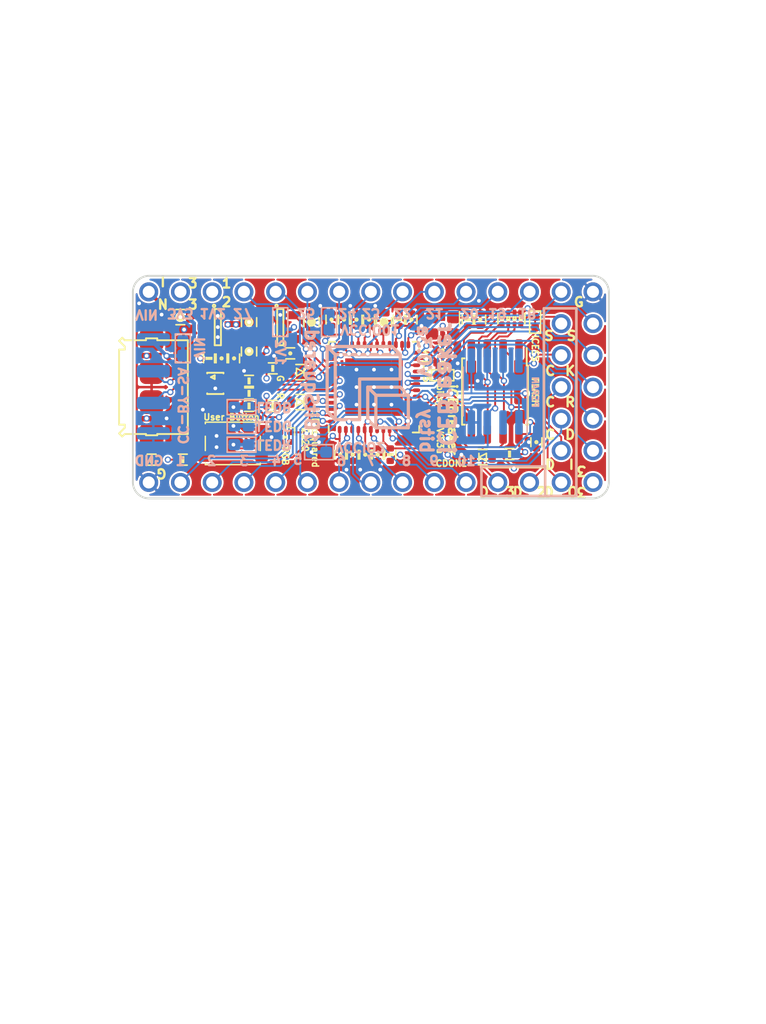
<source format=kicad_pcb>
(kicad_pcb (version 20171130) (host pcbnew 5.1.5-52549c5~86~ubuntu19.10.1)
  (title_block (title iCEBreaker-bitsy) (rev V0.3a) (company 1BitSquared) (comment 1 "(C) 2018-2020 Piotr Esden-Tempski <piotr@1bitsquared.com>") (comment 2 "(C) 2018-2020 1BitSquared <info@1bitsquared.com>") (comment 3 "License: CC-BY-SA 4.0"))
  (layers (0 F.Cu signal) (1 In1.Cu signal) (2 In2.Cu signal) (31 B.Cu signal) (34 B.Paste user) (35 F.Paste user) (36 B.SilkS user) (37 F.SilkS user) (38 B.Mask user) (39 F.Mask user) (44 Edge.Cuts user))
  (net 0 "")
  (net 1 /~LEDG)
  (net 2 +3V3)
  (net 3 /iCE_SS_B)
  (net 4 +1V2)
  (net 5 /~BUTTON)
  (net 6 /~LEDR)
  (net 7 GND)
  (net 8 "Net-(R7-Pad2)")
  (net 9 "Net-(C3-Pad1)")
  (net 10 +5V)
  (net 11 "Net-(C11-Pad1)")
  (net 12 /iCE_SCK)
  (net 13 /iCE_CDONE)
  (net 14 /iCE_CRESET)
  (net 15 "Net-(C24-Pad1)")
  (net 16 /~LED_RED)
  (net 17 /~LED_GRN)
  (net 18 /~LED_BLU)
  (net 19 /shield)
  (net 20 "Net-(D4-PadA)")
  (net 21 "Net-(D5-PadA)")
  (net 22 "Net-(C35-Pad1)")
  (net 23 "Net-(C39-Pad1)")
  (net 24 /CLK)
  (net 25 /USB_N)
  (net 26 /xUD-)
  (net 27 /USB_P)
  (net 28 /xUD+)
  (net 29 /USB_DET)
  (net 30 /IOB_0A)
  (net 31 /IOB_3B_G6)
  (net 32 /IOB_2A)
  (net 33 /IOT_38B)
  (net 34 /IOB_23B)
  (net 35 /IOB_31B)
  (net 36 /IOB_29B)
  (net 37 /IOB_25B_G3)
  (net 38 /IOB_16A)
  (net 39 /IOB_13B)
  (net 40 /IOT_48B)
  (net 41 /IOT_44B)
  (net 42 /IOT_43A)
  (net 43 /IOT_37A)
  (net 44 /IOT_39A)
  (net 45 /IOT_41A)
  (net 46 /IOT_42B)
  (net 47 /IOB_4A)
  (net 48 /IOB_5B)
  (net 49 /IOB_6A)
  (net 50 /IOB_8A)
  (net 51 /IOB_9B)
  (net 52 /iUD+)
  (net 53 /iUD-)
  (net 54 /IOT_36B)
  (net 55 /ICEVCC)
  (net 56 /VCCIO_2)
  (net 57 /VCCIO_01)
  (net 58 /FLASH_MOSI-IO0)
  (net 59 /FLASH_MISO-IO1)
  (net 60 /FLASH_~WP~-IO2)
  (net 61 /FLASH_~HLD~-~RST~-IO3)
  (net 62 "Net-(D1-Pad2)")
  (net 63 "Net-(D1-Pad3)")
  (net 64 "Net-(D1-Pad4)")
  (net 65 /FLASH_SS)
  (net 66 /UVBUS)
  (module pkl_logos:1b2_Logo_SilkS_6.5mm (layer B.Cu) (at 48.8 47.5 90)
    (fp_text reference REF** hide)
    (fp_text value 1b2_Logo_SilkS_6.5mm hide)
  )
  (module pkl_jumpers:J_NC_0603_30 (layer B.Cu) (at 41.8 42.3 90)
    (fp_text reference J14)
    (fp_text value Jumper)
    (fp_line (start -0.1 0) (end 0.1 0) (layer B.Cu) (width 0.3))
    (pad 2 smd roundrect (at 0.575 0 90) (size 0.95 0.9) (layers B.Cu B.Mask) (net 4 +1V2))
    (pad 1 smd roundrect (at -0.575 0 90) (size 0.95 0.9) (layers B.Cu B.Mask) (net 55 /ICEVCC))
  )
  (module pkl_jumpers:J_NC_0603_30 (layer B.Cu) (at 34 44.4 90)
    (fp_text reference J38)
    (fp_text value Jumper)
    (fp_line (start -0.1 0) (end 0.1 0) (layer B.Cu) (width 0.3))
    (pad 2 smd roundrect (at 0.575 0 90) (size 0.95 0.9) (layers B.Cu B.Mask) (net 10 +5V))
    (pad 1 smd roundrect (at -0.575 0 90) (size 0.95 0.9) (layers B.Cu B.Mask) (net 66 /UVBUS))
  )
  (module pkl_jumpers:J_NC_0603_30 (layer B.Cu) (at 45.7 42.3 90)
    (fp_text reference J19)
    (fp_text value Jumper)
    (fp_line (start -0.1 0) (end 0.1 0) (layer B.Cu) (width 0.3))
    (pad 2 smd roundrect (at 0.575 0 90) (size 0.95 0.9) (layers B.Cu B.Mask) (net 2 +3V3))
    (pad 1 smd roundrect (at -0.575 0 90) (size 0.95 0.9) (layers B.Cu B.Mask) (net 57 /VCCIO_01))
  )
  (module pkl_jumpers:J_NC_0603_30 (layer B.Cu) (at 44.9 52.7 180)
    (fp_text reference J17)
    (fp_text value Jumper)
    (fp_line (start -0.1 0) (end 0.1 0) (layer B.Cu) (width 0.3))
    (pad 2 smd roundrect (at 0.575 0 180) (size 0.95 0.9) (layers B.Cu B.Mask) (net 2 +3V3))
    (pad 1 smd roundrect (at -0.575 0 180) (size 0.95 0.9) (layers B.Cu B.Mask) (net 56 /VCCIO_2))
  )
  (module pkl_misc:Oscillator_SMD_SCTF_S2DXX-4Pin_2.5x2.0mm (layer F.Cu) (at 54.8 42.6 180)
    (fp_text reference X1)
    (fp_text value DSC6101CI1A-012.0000T)
    (pad 4 smd roundrect (at -0.85 -0.65 180) (size 1 0.9) (layers F.Cu F.Paste F.Mask) (net 2 +3V3))
    (pad 3 smd roundrect (at 0.85 -0.65 180) (size 1 0.9) (layers F.Cu F.Paste F.Mask) (net 24 /CLK))
    (pad 2 smd roundrect (at 0.85 0.65 180) (size 1 0.9) (layers F.Cu F.Paste F.Mask) (net 7 GND))
    (pad 1 smd roundrect (at -0.85 0.65 180) (size 1 0.9) (layers F.Cu F.Paste F.Mask) (net 8 "Net-(R7-Pad2)"))
  )
  (module pkl_jumpers:J_NC_0402_15 (layer F.Cu) (at 62.2 42.3 90)
    (fp_text reference J18)
    (fp_text value Jumper)
    (fp_line (start -0.1 0) (end 0.1 0) (layer F.Cu) (width 0.15))
    (pad 2 smd roundrect (at 0.425 0 90) (size 0.65 0.6) (layers F.Cu F.Mask) (net 3 /iCE_SS_B))
    (pad 1 smd roundrect (at -0.425 0 90) (size 0.65 0.6) (layers F.Cu F.Mask) (net 65 /FLASH_SS))
  )
  (module pkl_jumpers:J_NC_0603_30 (layer B.Cu) (at 38.7 49.1 180)
    (fp_text reference J15)
    (fp_text value Jumper)
    (fp_line (start -0.1 0) (end 0.1 0) (layer B.Cu) (width 0.3))
    (pad 2 smd roundrect (at 0.575 0 180) (size 0.95 0.9) (layers B.Cu B.Mask) (net 64 "Net-(D1-Pad4)"))
    (pad 1 smd roundrect (at -0.575 0 180) (size 0.95 0.9) (layers B.Cu B.Mask) (net 18 /~LED_BLU))
  )
  (module pkl_jumpers:J_NC_0603_30 (layer B.Cu) (at 38.7 50.6 180)
    (fp_text reference J16)
    (fp_text value Jumper)
    (fp_line (start -0.1 0) (end 0.1 0) (layer B.Cu) (width 0.3))
    (pad 2 smd roundrect (at 0.575 0 180) (size 0.95 0.9) (layers B.Cu B.Mask) (net 63 "Net-(D1-Pad3)"))
    (pad 1 smd roundrect (at -0.575 0 180) (size 0.95 0.9) (layers B.Cu B.Mask) (net 17 /~LED_GRN))
  )
  (module pkl_jumpers:J_NC_0603_30 (layer B.Cu) (at 38.7 52.1 180)
    (fp_text reference J39)
    (fp_text value Jumper)
    (fp_line (start -0.1 0) (end 0.1 0) (layer B.Cu) (width 0.3))
    (pad 2 smd roundrect (at 0.575 0 180) (size 0.95 0.9) (layers B.Cu B.Mask) (net 62 "Net-(D1-Pad2)"))
    (pad 1 smd roundrect (at -0.575 0 180) (size 0.95 0.9) (layers B.Cu B.Mask) (net 16 /~LED_RED))
  )
  (module Package_SO:SOIC-8_3.9x4.9mm_P1.27mm (layer B.Cu) (at 59 47.85 90)
    (fp_text reference U4)
    (fp_text value LY68L6400)
    (pad 8 smd roundrect (at 2.475 1.905 90) (size 1.95 0.6) (layers B.Cu B.Paste B.Mask) (net 2 +3V3))
    (pad 7 smd roundrect (at 2.475 0.635 90) (size 1.95 0.6) (layers B.Cu B.Paste B.Mask) (net 61 /FLASH_~HLD~-~RST~-IO3))
    (pad 6 smd roundrect (at 2.475 -0.635 90) (size 1.95 0.6) (layers B.Cu B.Paste B.Mask) (net 12 /iCE_SCK))
    (pad 5 smd roundrect (at 2.475 -1.905 90) (size 1.95 0.6) (layers B.Cu B.Paste B.Mask) (net 58 /FLASH_MOSI-IO0))
    (pad 4 smd roundrect (at -2.475 -1.905 90) (size 1.95 0.6) (layers B.Cu B.Paste B.Mask) (net 7 GND))
    (pad 3 smd roundrect (at -2.475 -0.635 90) (size 1.95 0.6) (layers B.Cu B.Paste B.Mask) (net 60 /FLASH_~WP~-IO2))
    (pad 2 smd roundrect (at -2.475 0.635 90) (size 1.95 0.6) (layers B.Cu B.Paste B.Mask) (net 59 /FLASH_MISO-IO1))
    (pad 1 smd roundrect (at -2.475 1.905 90) (size 1.95 0.6) (layers B.Cu B.Paste B.Mask) (net 1 /~LEDG))
  )
  (module pkl_jumpers:J_NC_0402_15 (layer F.Cu) (at 54.8 46.55 180)
    (fp_text reference J40)
    (fp_text value Jumper)
    (fp_line (start -0.1 0) (end 0.1 0) (layer F.Cu) (width 0.15))
    (pad 2 smd roundrect (at 0.425 0 180) (size 0.65 0.6) (layers F.Cu F.Mask) (net 22 "Net-(C35-Pad1)"))
    (pad 1 smd roundrect (at -0.425 0 180) (size 0.65 0.6) (layers F.Cu F.Mask) (net 2 +3V3))
  )
  (module pkl_led:LED_TRI_1010 (layer F.Cu) (at 42.2 51.5 270)
    (fp_text reference D1)
    (fp_text value FC-B1010RGBT-HG)
    (pad 1 smd roundrect (at -0.385 -0.385 270) (size 0.45 0.45) (layers F.Cu F.Paste F.Mask) (net 2 +3V3))
    (pad 2 smd roundrect (at 0.385 -0.385 270) (size 0.45 0.45) (layers F.Cu F.Paste F.Mask) (net 62 "Net-(D1-Pad2)"))
    (pad 3 smd roundrect (at 0.385 0.385 270) (size 0.45 0.45) (layers F.Cu F.Paste F.Mask) (net 63 "Net-(D1-Pad3)"))
    (pad 4 smd roundrect (at -0.385 0.385 270) (size 0.45 0.45) (layers F.Cu F.Paste F.Mask) (net 64 "Net-(D1-Pad4)"))
  )
  (module pkl_buttons_switches:SW_SPST_3x4x2.5 (layer F.Cu) (at 38 52 180)
    (fp_text reference SW1)
    (fp_text value TACT)
    (pad 2 smd roundrect (at 2.3 1.125 180) (size 1 0.7) (layers F.Cu F.Paste F.Mask) (net 7 GND))
    (pad 2 smd roundrect (at -2.3 1.125 180) (size 1 0.7) (layers F.Cu F.Paste F.Mask) (net 7 GND))
    (pad 1 smd roundrect (at 2.3 -1.125 180) (size 1 0.7) (layers F.Cu F.Paste F.Mask) (net 5 /~BUTTON))
    (pad 1 smd roundrect (at -2.3 -1.125 180) (size 1 0.7) (layers F.Cu F.Paste F.Mask) (net 5 /~BUTTON))
  )
  (module pkl_housings_dfn_qfn:QFN-48-1EP_7x7mm_Pitch0.5mm (layer F.Cu) (at 49.3 47.5 180)
    (fp_text reference U6)
    (fp_text value ICE5LP4K-SG48)
    (pad 49 thru_hole circle (at 1.4 -1.4 90) (size 0.5 0.5) (drill 0.3) (layers *.Cu) (net 7 GND))
    (pad 49 thru_hole circle (at 0 -1.399999 90) (size 0.5 0.5) (drill 0.3) (layers *.Cu) (net 7 GND))
    (pad 49 thru_hole circle (at -1.4 -1.4 90) (size 0.5 0.5) (drill 0.3) (layers *.Cu) (net 7 GND))
    (pad 49 thru_hole circle (at -1.399999 0 90) (size 0.5 0.5) (drill 0.3) (layers *.Cu) (net 7 GND))
    (pad 49 thru_hole circle (at -1.4 1.4 90) (size 0.5 0.5) (drill 0.3) (layers *.Cu) (net 7 GND))
    (pad 49 thru_hole circle (at 0 1.399999 90) (size 0.5 0.5) (drill 0.3) (layers *.Cu) (net 7 GND))
    (pad 49 thru_hole circle (at 1.4 1.4 90) (size 0.5 0.5) (drill 0.3) (layers *.Cu) (net 7 GND))
    (pad 49 thru_hole circle (at 1.399999 0 90) (size 0.5 0.5) (drill 0.3) (layers *.Cu) (net 7 GND))
    (pad 49 thru_hole circle (at 0 0 90) (size 0.5 0.5) (drill 0.3) (layers *.Cu) (net 7 GND))
    (pad 49 smd rect (at 1.85 -1.85 180) (size 0.9 0.9) (layers F.Cu F.Paste F.Mask) (net 7 GND))
    (pad 49 smd rect (at 0.7 -1.85 180) (size 1.4 0.9) (layers F.Cu F.Paste F.Mask) (net 7 GND))
    (pad 49 smd rect (at -0.7 -1.85 180) (size 1.4 0.9) (layers F.Cu F.Paste F.Mask) (net 7 GND))
    (pad 49 smd rect (at -1.85 -1.85 90) (size 0.9 0.9) (layers F.Cu F.Paste F.Mask) (net 7 GND))
    (pad 49 smd rect (at 1.85 -0.7 180) (size 0.9 1.4) (layers F.Cu F.Paste F.Mask) (net 7 GND))
    (pad 49 smd rect (at 0.7 -0.7 90) (size 1.4 1.4) (layers F.Cu F.Paste F.Mask) (net 7 GND))
    (pad 49 smd rect (at -0.7 -0.7 90) (size 1.4 1.4) (layers F.Cu F.Paste F.Mask) (net 7 GND))
    (pad 49 smd rect (at -1.85 -0.7 180) (size 0.9 1.4) (layers F.Cu F.Paste F.Mask) (net 7 GND))
    (pad 49 smd rect (at 1.85 0.7 180) (size 0.9 1.4) (layers F.Cu F.Paste F.Mask) (net 7 GND))
    (pad 49 smd rect (at 0.7 0.7 90) (size 1.4 1.4) (layers F.Cu F.Paste F.Mask) (net 7 GND))
    (pad 49 smd rect (at -0.7 0.7 90) (size 1.4 1.4) (layers F.Cu F.Paste F.Mask) (net 7 GND))
    (pad 49 smd rect (at -1.85 0.7 180) (size 0.9 1.4) (layers F.Cu F.Paste F.Mask) (net 7 GND))
    (pad 49 smd rect (at 1.85 1.85 180) (size 0.9 0.9) (layers F.Cu F.Paste F.Mask) (net 7 GND))
    (pad 49 smd rect (at 0.7 1.85 180) (size 1.4 0.9) (layers F.Cu F.Paste F.Mask) (net 7 GND))
    (pad 49 smd rect (at -0.7 1.85 180) (size 1.4 0.9) (layers F.Cu F.Paste F.Mask) (net 7 GND))
    (pad 49 smd rect (at -1.85 1.85 180) (size 0.9 0.9) (layers F.Cu F.Paste F.Mask) (net 7 GND))
    (pad 48 smd oval (at 3.4 -2.75 180) (size 0.6 0.3) (layers F.Cu F.Paste F.Mask) (net 47 /IOB_4A))
    (pad 47 smd oval (at 3.4 -2.25 180) (size 0.6 0.3) (layers F.Cu F.Paste F.Mask) (net 32 /IOB_2A))
    (pad 46 smd oval (at 3.4 -1.75 180) (size 0.6 0.3) (layers F.Cu F.Paste F.Mask) (net 30 /IOB_0A))
    (pad 45 smd oval (at 3.400001 -1.25 180) (size 0.6 0.3) (layers F.Cu F.Paste F.Mask) (net 48 /IOB_5B))
    (pad 44 smd oval (at 3.4 -0.75 180) (size 0.6 0.3) (layers F.Cu F.Paste F.Mask) (net 31 /IOB_3B_G6))
    (pad 43 smd oval (at 3.4 -0.25 180) (size 0.6 0.3) (layers F.Cu F.Paste F.Mask) (net 27 /USB_P))
    (pad 42 smd oval (at 3.4 0.25 180) (size 0.6 0.3) (layers F.Cu F.Paste F.Mask) (net 25 /USB_N))
    (pad 41 smd oval (at 3.4 0.75 180) (size 0.6 0.3) (layers F.Cu F.Paste F.Mask) (net 18 /~LED_BLU))
    (pad 40 smd oval (at 3.400001 1.25 180) (size 0.6 0.3) (layers F.Cu F.Paste F.Mask) (net 17 /~LED_GRN))
    (pad 39 smd oval (at 3.4 1.75 180) (size 0.6 0.3) (layers F.Cu F.Paste F.Mask) (net 16 /~LED_RED))
    (pad 38 smd oval (at 3.4 2.25 180) (size 0.6 0.3) (layers F.Cu F.Paste F.Mask) (net 29 /USB_DET))
    (pad 37 smd oval (at 3.4 2.75 180) (size 0.6 0.3) (layers F.Cu F.Paste F.Mask) (net 1 /~LEDG))
    (pad 36 smd oval (at 2.75 3.4 90) (size 0.6 0.3) (layers F.Cu F.Paste F.Mask) (net 40 /IOT_48B))
    (pad 35 smd oval (at 2.25 3.4 90) (size 0.6 0.3) (layers F.Cu F.Paste F.Mask) (net 24 /CLK))
    (pad 34 smd oval (at 1.75 3.4 90) (size 0.6 0.3) (layers F.Cu F.Paste F.Mask) (net 41 /IOT_44B))
    (pad 33 smd oval (at 1.25 3.400001 90) (size 0.6 0.3) (layers F.Cu F.Paste F.Mask) (net 57 /VCCIO_01))
    (pad 32 smd oval (at 0.75 3.4 90) (size 0.6 0.3) (layers F.Cu F.Paste F.Mask) (net 42 /IOT_43A))
    (pad 31 smd oval (at 0.25 3.4 90) (size 0.6 0.3) (layers F.Cu F.Paste F.Mask) (net 46 /IOT_42B))
    (pad 30 smd oval (at -0.25 3.4 90) (size 0.6 0.3) (layers F.Cu F.Paste F.Mask) (net 55 /ICEVCC))
    (pad 29 smd oval (at -0.75 3.4 90) (size 0.6 0.3) (layers F.Cu F.Paste F.Mask) (net 15 "Net-(C24-Pad1)"))
    (pad 28 smd oval (at -1.25 3.400001 90) (size 0.6 0.3) (layers F.Cu F.Paste F.Mask) (net 45 /IOT_41A))
    (pad 27 smd oval (at -1.75 3.4 90) (size 0.6 0.3) (layers F.Cu F.Paste F.Mask) (net 33 /IOT_38B))
    (pad 26 smd oval (at -2.25 3.4 90) (size 0.6 0.3) (layers F.Cu F.Paste F.Mask) (net 44 /IOT_39A))
    (pad 25 smd oval (at -2.75 3.4 90) (size 0.6 0.3) (layers F.Cu F.Paste F.Mask) (net 54 /IOT_36B))
    (pad 24 smd oval (at -3.4 2.75 180) (size 0.6 0.3) (layers F.Cu F.Paste F.Mask) (net 22 "Net-(C35-Pad1)"))
    (pad 23 smd oval (at -3.4 2.25 180) (size 0.6 0.3) (layers F.Cu F.Paste F.Mask) (net 43 /IOT_37A))
    (pad 22 smd oval (at -3.4 1.75 180) (size 0.6 0.3) (layers F.Cu F.Paste F.Mask) (net 57 /VCCIO_01))
    (pad 21 smd oval (at -3.400001 1.25 180) (size 0.6 0.3) (layers F.Cu F.Paste F.Mask) (net 34 /IOB_23B))
    (pad 20 smd oval (at -3.4 0.75 180) (size 0.6 0.3) (layers F.Cu F.Paste F.Mask) (net 37 /IOB_25B_G3))
    (pad 19 smd oval (at -3.4 0.25 180) (size 0.6 0.3) (layers F.Cu F.Paste F.Mask) (net 36 /IOB_29B))
    (pad 18 smd oval (at -3.4 -0.25 180) (size 0.6 0.3) (layers F.Cu F.Paste F.Mask) (net 35 /IOB_31B))
    (pad 17 smd oval (at -3.4 -0.75 180) (size 0.6 0.3) (layers F.Cu F.Paste F.Mask) (net 59 /FLASH_MISO-IO1))
    (pad 16 smd oval (at -3.400001 -1.25 180) (size 0.6 0.3) (layers F.Cu F.Paste F.Mask) (net 3 /iCE_SS_B))
    (pad 15 smd oval (at -3.4 -1.75 180) (size 0.6 0.3) (layers F.Cu F.Paste F.Mask) (net 12 /iCE_SCK))
    (pad 14 smd oval (at -3.4 -2.25 180) (size 0.6 0.3) (layers F.Cu F.Paste F.Mask) (net 58 /FLASH_MOSI-IO0))
    (pad 13 smd oval (at -3.4 -2.75 180) (size 0.6 0.3) (layers F.Cu F.Paste F.Mask) (net 61 /FLASH_~HLD~-~RST~-IO3))
    (pad 12 smd oval (at -2.75 -3.4 90) (size 0.6 0.3) (layers F.Cu F.Paste F.Mask) (net 60 /FLASH_~WP~-IO2))
    (pad 11 smd oval (at -2.25 -3.4 90) (size 0.6 0.3) (layers F.Cu F.Paste F.Mask) (net 6 /~LEDR))
    (pad 10 smd oval (at -1.75 -3.4 90) (size 0.6 0.3) (layers F.Cu F.Paste F.Mask) (net 5 /~BUTTON))
    (pad 9 smd oval (at -1.25 -3.400001 90) (size 0.6 0.3) (layers F.Cu F.Paste F.Mask) (net 38 /IOB_16A))
    (pad 8 smd oval (at -0.75 -3.4 90) (size 0.6 0.3) (layers F.Cu F.Paste F.Mask) (net 14 /iCE_CRESET))
    (pad 7 smd oval (at -0.25 -3.4 90) (size 0.6 0.3) (layers F.Cu F.Paste F.Mask) (net 13 /iCE_CDONE))
    (pad 6 smd oval (at 0.25 -3.4 90) (size 0.6 0.3) (layers F.Cu F.Paste F.Mask) (net 39 /IOB_13B))
    (pad 5 smd oval (at 0.75 -3.4 90) (size 0.6 0.3) (layers F.Cu F.Paste F.Mask) (net 55 /ICEVCC))
    (pad 4 smd oval (at 1.25 -3.400001 90) (size 0.6 0.3) (layers F.Cu F.Paste F.Mask) (net 50 /IOB_8A))
    (pad 3 smd oval (at 1.75 -3.4 90) (size 0.6 0.3) (layers F.Cu F.Paste F.Mask) (net 51 /IOB_9B))
    (pad 2 smd oval (at 2.25 -3.4 90) (size 0.6 0.3) (layers F.Cu F.Paste F.Mask) (net 49 /IOB_6A))
    (pad 1 smd oval (at 2.75 -3.4 90) (size 0.6 0.3) (layers F.Cu F.Paste F.Mask) (net 56 /VCCIO_2))
  )
  (module pkl_pads:PAD_SMD_1x2.65 (layer B.Cu) (at 31.637216 51.196445)
    (fp_text reference P5 hide)
    (fp_text value UP hide)
    (pad 1 smd roundrect (at 0 0) (size 2.65 1) (layers B.Cu B.Mask) (net 7 GND))
  )
  (module pkl_pads:PAD_SMD_1x2.65 (layer B.Cu) (at 31.637216 43.69)
    (fp_text reference P2 hide)
    (fp_text value UP hide)
    (pad 1 smd roundrect (at 0 0) (size 2.65 1) (layers B.Cu B.Mask) (net 66 /UVBUS))
  )
  (module pkl_pads:PAD_SMD_1x2.65 (layer B.Cu) (at 31.637216 46.23)
    (fp_text reference P3 hide)
    (fp_text value UP hide)
    (pad 1 smd roundrect (at 0 0) (size 2.65 1) (layers B.Cu B.Mask) (net 26 /xUD-))
  )
  (module pkl_pads:PAD_SMD_1x2.65 (layer B.Cu) (at 31.637216 48.77)
    (fp_text reference P4 hide)
    (fp_text value UP hide)
    (pad 1 smd roundrect (at 0 0) (size 2.65 1) (layers B.Cu B.Mask) (net 28 /xUD+))
  )
  (module pkl_housings_sot:SOT-666 (layer F.Cu) (at 36.6 47.2 180)
    (fp_text reference U1)
    (fp_text value USBLC6-2)
    (pad 1 smd roundrect (at 0.85 0.5375 270) (size 0.375 0.5) (layers F.Cu F.Paste F.Mask) (net 26 /xUD-))
    (pad 2 smd roundrect (at 0.925 0 270) (size 0.3 0.65) (layers F.Cu F.Paste F.Mask) (net 7 GND))
    (pad 3 smd roundrect (at 0.85 -0.5375 270) (size 0.375 0.5) (layers F.Cu F.Paste F.Mask) (net 28 /xUD+))
    (pad 4 smd roundrect (at -0.85 -0.5375 270) (size 0.375 0.5) (layers F.Cu F.Paste F.Mask) (net 52 /iUD+))
    (pad 5 smd roundrect (at -0.925 0 270) (size 0.3 0.65) (layers F.Cu F.Paste F.Mask) (net 10 +5V))
    (pad 6 smd roundrect (at -0.85 0.5375 270) (size 0.35 0.5) (layers F.Cu F.Paste F.Mask) (net 53 /iUD-))
  )
  (module pkl_pin_headers:Pin_Header_Straight_Round_1x01 (layer F.Cu) (at 59.21 55.12)
    (fp_text reference J26 hide)
    (fp_text value Conn_01x01 hide)
    (pad 1 thru_hole circle (at 0 0) (size 1.524 1.524) (drill 0.9652) (layers *.Cu *.Mask) (net 61 /FLASH_~HLD~-~RST~-IO3))
  )
  (module pkl_pin_headers:Pin_Header_Straight_Round_1x01 (layer F.Cu) (at 64.29 55.12)
    (fp_text reference J24 hide)
    (fp_text value Conn_01x01 hide)
    (pad 1 thru_hole circle (at 0 0) (size 1.524 1.524) (drill 0.9652) (layers *.Cu *.Mask) (net 59 /FLASH_MISO-IO1))
  )
  (module pkl_pin_headers:Pin_Header_Straight_Round_1x01 (layer F.Cu) (at 64.29 52.58)
    (fp_text reference J23 hide)
    (fp_text value Conn_01x01 hide)
    (pad 1 thru_hole circle (at 0 0) (size 1.524 1.524) (drill 0.9652) (layers *.Cu *.Mask) (net 58 /FLASH_MOSI-IO0))
  )
  (module pkl_pin_headers:Pin_Header_Straight_Round_1x01 (layer F.Cu) (at 64.29 50.04)
    (fp_text reference J27 hide)
    (fp_text value Conn_01x01 hide)
    (pad 1 thru_hole circle (at 0 0) (size 1.524 1.524) (drill 0.9652) (layers *.Cu *.Mask) (net 13 /iCE_CDONE))
  )
  (module pkl_pin_headers:Pin_Header_Straight_Round_1x01 (layer F.Cu) (at 64.29 47.5)
    (fp_text reference J28 hide)
    (fp_text value Conn_01x01 hide)
    (pad 1 thru_hole circle (at 0 0) (size 1.524 1.524) (drill 0.9652) (layers *.Cu *.Mask) (net 14 /iCE_CRESET))
  )
  (module pkl_pin_headers:Pin_Header_Straight_Round_1x01 (layer F.Cu) (at 61.75 55.12)
    (fp_text reference J25 hide)
    (fp_text value Conn_01x01 hide)
    (pad 1 thru_hole circle (at 0 0) (size 1.524 1.524) (drill 0.9652) (layers *.Cu *.Mask) (net 60 /FLASH_~WP~-IO2))
  )
  (module pkl_pin_headers:Pin_Header_Straight_Round_1x01 (layer F.Cu) (at 54.13 39.88)
    (fp_text reference J34 hide)
    (fp_text value Conn_01x01 hide)
    (pad 1 thru_hole circle (at 0 0) (size 1.524 1.524) (drill 0.9652) (layers *.Cu *.Mask) (net 46 /IOT_42B))
  )
  (module pkl_pin_headers:Pin_Header_Straight_Round_1x01 (layer F.Cu) (at 56.67 39.88)
    (fp_text reference J33 hide)
    (fp_text value Conn_01x01 hide)
    (pad 1 thru_hole circle (at 0 0) (size 1.524 1.524) (drill 0.9652) (layers *.Cu *.Mask) (net 45 /IOT_41A))
  )
  (module pkl_pin_headers:Pin_Header_Straight_Round_1x01 (layer F.Cu) (at 61.75 39.88)
    (fp_text reference J32 hide)
    (fp_text value Conn_01x01 hide)
    (pad 1 thru_hole circle (at 0 0) (size 1.524 1.524) (drill 0.9652) (layers *.Cu *.Mask) (net 44 /IOT_39A))
  )
  (module pkl_pin_headers:Pin_Header_Straight_Round_1x01 (layer F.Cu) (at 66.83 42.42)
    (fp_text reference J30 hide)
    (fp_text value Conn_01x01 hide)
    (pad 1 thru_hole circle (at 0 0) (size 1.524 1.524) (drill 0.9652) (layers *.Cu *.Mask) (net 43 /IOT_37A))
  )
  (module pkl_pin_headers:Pin_Header_Straight_Round_1x01 (layer F.Cu) (at 51.59 39.88)
    (fp_text reference J35 hide)
    (fp_text value Conn_01x01 hide)
    (pad 1 thru_hole circle (at 0 0) (size 1.524 1.524) (drill 0.9652) (layers *.Cu *.Mask) (net 42 /IOT_43A))
  )
  (module pkl_pin_headers:Pin_Header_Straight_Round_1x01 (layer F.Cu) (at 49.05 39.88)
    (fp_text reference J36 hide)
    (fp_text value Conn_01x01 hide)
    (pad 1 thru_hole circle (at 0 0) (size 1.524 1.524) (drill 0.9652) (layers *.Cu *.Mask) (net 41 /IOT_44B))
  )
  (module pkl_pin_headers:Pin_Header_Straight_Round_1x01 (layer F.Cu) (at 46.51 39.88)
    (fp_text reference J37 hide)
    (fp_text value Conn_01x01 hide)
    (pad 1 thru_hole circle (at 0 0) (size 1.524 1.524) (drill 0.9652) (layers *.Cu *.Mask) (net 40 /IOT_48B))
  )
  (module pkl_pin_headers:Pin_Header_Straight_Round_1x01 (layer F.Cu) (at 64.29 39.88)
    (fp_text reference J29 hide)
    (fp_text value Conn_01x01 hide)
    (pad 1 thru_hole circle (at 0 0) (size 1.524 1.524) (drill 0.9652) (layers *.Cu *.Mask) (net 54 /IOT_36B))
  )
  (module pkl_pin_headers:Pin_Header_Straight_Round_1x01 (layer F.Cu) (at 43.97 39.88)
    (fp_text reference J41 hide)
    (fp_text value Conn_01x01 hide)
    (pad 1 thru_hole circle (at 0 0) (size 1.524 1.524) (drill 0.9652) (layers *.Cu *.Mask) (net 16 /~LED_RED))
  )
  (module pkl_pin_headers:Pin_Header_Straight_Round_1x01 (layer F.Cu) (at 41.43 39.88)
    (fp_text reference J42 hide)
    (fp_text value Conn_01x01 hide)
    (pad 1 thru_hole circle (at 0 0) (size 1.524 1.524) (drill 0.9652) (layers *.Cu *.Mask) (net 17 /~LED_GRN))
  )
  (module pkl_pin_headers:Pin_Header_Straight_Round_1x01 (layer F.Cu) (at 38.89 39.88)
    (fp_text reference J43 hide)
    (fp_text value Conn_01x01 hide)
    (pad 1 thru_hole circle (at 0 0) (size 1.524 1.524) (drill 0.9652) (layers *.Cu *.Mask) (net 18 /~LED_BLU))
  )
  (module pkl_pin_headers:Pin_Header_Straight_Round_1x01 (layer F.Cu) (at 54.13 55.12)
    (fp_text reference J44 hide)
    (fp_text value Conn_01x01 hide)
    (pad 1 thru_hole circle (at 0 0) (size 1.524 1.524) (drill 0.9652) (layers *.Cu *.Mask) (net 39 /IOB_13B))
  )
  (module pkl_pin_headers:Pin_Header_Straight_Round_1x01 (layer F.Cu) (at 56.67 55.12)
    (fp_text reference J45 hide)
    (fp_text value Conn_01x01 hide)
    (pad 1 thru_hole circle (at 0 0) (size 1.524 1.524) (drill 0.9652) (layers *.Cu *.Mask) (net 38 /IOB_16A))
  )
  (module pkl_pin_headers:Pin_Header_Straight_Round_1x01 (layer F.Cu) (at 66.83 47.5)
    (fp_text reference J46 hide)
    (fp_text value Conn_01x01 hide)
    (pad 1 thru_hole circle (at 0 0) (size 1.524 1.524) (drill 0.9652) (layers *.Cu *.Mask) (net 37 /IOB_25B_G3))
  )
  (module pkl_pin_headers:Pin_Header_Straight_Round_1x01 (layer F.Cu) (at 66.83 50.04)
    (fp_text reference J47 hide)
    (fp_text value Conn_01x01 hide)
    (pad 1 thru_hole circle (at 0 0) (size 1.524 1.524) (drill 0.9652) (layers *.Cu *.Mask) (net 36 /IOB_29B))
  )
  (module pkl_pin_headers:Pin_Header_Straight_Round_1x01 (layer F.Cu) (at 66.83 52.58)
    (fp_text reference J48 hide)
    (fp_text value Conn_01x01 hide)
    (pad 1 thru_hole circle (at 0 0) (size 1.524 1.524) (drill 0.9652) (layers *.Cu *.Mask) (net 35 /IOB_31B))
  )
  (module pkl_pin_headers:Pin_Header_Straight_Round_1x01 (layer F.Cu) (at 66.83 44.96)
    (fp_text reference J49 hide)
    (fp_text value Conn_01x01 hide)
    (pad 1 thru_hole circle (at 0 0) (size 1.524 1.524) (drill 0.9652) (layers *.Cu *.Mask) (net 34 /IOB_23B))
  )
  (module pkl_pin_headers:Pin_Header_Straight_Round_1x01 (layer F.Cu) (at 59.21 39.88)
    (fp_text reference J31 hide)
    (fp_text value Conn_01x01 hide)
    (pad 1 thru_hole circle (at 0 0) (size 1.524 1.524) (drill 0.9652) (layers *.Cu *.Mask) (net 33 /IOT_38B))
  )
  (module pkl_pin_headers:Pin_Header_Straight_Round_1x01 (layer F.Cu) (at 41.43 55.12)
    (fp_text reference J8 hide)
    (fp_text value Conn_01x01 hide)
    (pad 1 thru_hole circle (at 0 0) (size 1.524 1.524) (drill 0.9652) (layers *.Cu *.Mask) (net 32 /IOB_2A))
  )
  (module pkl_pin_headers:Pin_Header_Straight_Round_1x01 (layer F.Cu) (at 66.83 55.12)
    (fp_text reference J2 hide)
    (fp_text value Conn_01x01 hide)
    (pad 1 thru_hole circle (at 0 0) (size 1.524 1.524) (drill 0.9652) (layers *.Cu *.Mask) (net 2 +3V3))
  )
  (module pkl_pin_headers:Pin_Header_Straight_Round_1x01 (layer F.Cu) (at 36.35 39.88)
    (fp_text reference J3 hide)
    (fp_text value Conn_01x01 hide)
    (pad 1 thru_hole circle (at 0 0) (size 1.524 1.524) (drill 0.9652) (layers *.Cu *.Mask) (net 4 +1V2))
  )
  (module pkl_pin_headers:Pin_Header_Straight_Round_1x01 (layer F.Cu) (at 31.27 39.88)
    (fp_text reference J4 hide)
    (fp_text value Conn_01x01 hide)
    (pad 1 thru_hole circle (at 0 0) (size 1.524 1.524) (drill 0.9652) (layers *.Cu *.Mask) (net 10 +5V))
  )
  (module pkl_pin_headers:Pin_Header_Straight_Round_1x01 (layer F.Cu) (at 31.27 55.12)
    (fp_text reference J5 hide)
    (fp_text value Conn_01x01 hide)
    (pad 1 thru_hole circle (at 0 0) (size 1.524 1.524) (drill 0.9652) (layers *.Cu *.Mask) (net 7 GND))
  )
  (module pkl_pin_headers:Pin_Header_Straight_Round_1x01 (layer F.Cu) (at 66.83 39.88)
    (fp_text reference J6 hide)
    (fp_text value Conn_01x01 hide)
    (pad 1 thru_hole circle (at 0 0) (size 1.524 1.524) (drill 0.9652) (layers *.Cu *.Mask) (net 7 GND))
  )
  (module pkl_pin_headers:Pin_Header_Straight_Round_1x01 (layer F.Cu) (at 38.89 55.12)
    (fp_text reference J7 hide)
    (fp_text value Conn_01x01 hide)
    (pad 1 thru_hole circle (at 0 0) (size 1.524 1.524) (drill 0.9652) (layers *.Cu *.Mask) (net 30 /IOB_0A))
  )
  (module pkl_pin_headers:Pin_Header_Straight_Round_1x01 (layer F.Cu) (at 33.81 55.12)
    (fp_text reference J9 hide)
    (fp_text value Conn_01x01 hide)
    (pad 1 thru_hole circle (at 0 0) (size 1.524 1.524) (drill 0.9652) (layers *.Cu *.Mask) (net 31 /IOB_3B_G6))
  )
  (module pkl_pin_headers:Pin_Header_Straight_Round_1x01 (layer F.Cu) (at 43.97 55.12)
    (fp_text reference J10 hide)
    (fp_text value Conn_01x01 hide)
    (pad 1 thru_hole circle (at 0 0) (size 1.524 1.524) (drill 0.9652) (layers *.Cu *.Mask) (net 47 /IOB_4A))
  )
  (module pkl_pin_headers:Pin_Header_Straight_Round_1x01 (layer F.Cu) (at 36.35 55.12)
    (fp_text reference J11 hide)
    (fp_text value Conn_01x01 hide)
    (pad 1 thru_hole circle (at 0 0) (size 1.524 1.524) (drill 0.9652) (layers *.Cu *.Mask) (net 48 /IOB_5B))
  )
  (module pkl_pin_headers:Pin_Header_Straight_Round_1x01 (layer F.Cu) (at 46.51 55.12)
    (fp_text reference J12 hide)
    (fp_text value Conn_01x01 hide)
    (pad 1 thru_hole circle (at 0 0) (size 1.524 1.524) (drill 0.9652) (layers *.Cu *.Mask) (net 49 /IOB_6A))
  )
  (module pkl_pin_headers:Pin_Header_Straight_Round_1x01 (layer F.Cu) (at 49.05 55.12)
    (fp_text reference J20 hide)
    (fp_text value Conn_01x01 hide)
    (pad 1 thru_hole circle (at 0 0) (size 1.524 1.524) (drill 0.9652) (layers *.Cu *.Mask) (net 51 /IOB_9B))
  )
  (module pkl_pin_headers:Pin_Header_Straight_Round_1x01 (layer F.Cu) (at 64.29 42.42)
    (fp_text reference J21 hide)
    (fp_text value Conn_01x01 hide)
    (pad 1 thru_hole circle (at 0 0) (size 1.524 1.524) (drill 0.9652) (layers *.Cu *.Mask) (net 3 /iCE_SS_B))
  )
  (module pkl_pin_headers:Pin_Header_Straight_Round_1x01 (layer F.Cu) (at 64.29 44.96)
    (fp_text reference J22 hide)
    (fp_text value Conn_01x01 hide)
    (pad 1 thru_hole circle (at 0 0) (size 1.524 1.524) (drill 0.9652) (layers *.Cu *.Mask) (net 12 /iCE_SCK))
  )
  (module pkl_pin_headers:Pin_Header_Straight_Round_1x01 (layer F.Cu) (at 51.59 55.12)
    (fp_text reference J13 hide)
    (fp_text value Conn_01x01 hide)
    (pad 1 thru_hole circle (at 0 0) (size 1.524 1.524) (drill 0.9652) (layers *.Cu *.Mask) (net 50 /IOB_8A))
  )
  (module pkl_pin_headers:Pin_Header_Straight_Round_1x01 (layer F.Cu) (at 33.81 39.88)
    (fp_text reference J1 hide)
    (fp_text value Conn_01x01 hide)
    (pad 1 thru_hole circle (at 0 0) (size 1.524 1.524) (drill 0.9652) (layers *.Cu *.Mask) (net 2 +3V3))
  )
  (module pkl_dipol:R_0402 (layer F.Cu) (at 39.3 49 180)
    (fp_text reference R2)
    (fp_text value 1k5)
    (pad 2 smd roundrect (at 0.5 0 180) (size 0.5 0.6) (layers F.Cu F.Paste F.Mask) (net 52 /iUD+))
    (pad 1 smd roundrect (at -0.5 0 180) (size 0.5 0.6) (layers F.Cu F.Paste F.Mask) (net 29 /USB_DET))
  )
  (module pkl_dipol:R_0402 (layer F.Cu) (at 39.3 47 180)
    (fp_text reference R4)
    (fp_text value 22E)
    (pad 1 smd roundrect (at -0.5 0 180) (size 0.5 0.6) (layers F.Cu F.Paste F.Mask) (net 25 /USB_N))
    (pad 2 smd roundrect (at 0.5 0 180) (size 0.5 0.6) (layers F.Cu F.Paste F.Mask) (net 53 /iUD-))
  )
  (module pkl_housings_soic:SOIC-8_5.3x5.3mm_Pitch1.27mm (layer F.Cu) (at 59 47.85 270)
    (fp_text reference U5)
    (fp_text value W25Q)
    (pad 1 smd roundrect (at -3.4 -1.905 270) (size 1.55 0.6) (layers F.Cu F.Paste F.Mask) (net 65 /FLASH_SS))
    (pad 2 smd roundrect (at -3.4 -0.635 270) (size 1.55 0.6) (layers F.Cu F.Paste F.Mask) (net 59 /FLASH_MISO-IO1))
    (pad 3 smd roundrect (at -3.4 0.635 270) (size 1.55 0.6) (layers F.Cu F.Paste F.Mask) (net 60 /FLASH_~WP~-IO2))
    (pad 4 smd roundrect (at -3.4 1.905 270) (size 1.55 0.6) (layers F.Cu F.Paste F.Mask) (net 7 GND))
    (pad 5 smd roundrect (at 3.4 1.905 270) (size 1.55 0.6) (layers F.Cu F.Paste F.Mask) (net 58 /FLASH_MOSI-IO0))
    (pad 6 smd roundrect (at 3.4 0.635 270) (size 1.55 0.6) (layers F.Cu F.Paste F.Mask) (net 12 /iCE_SCK))
    (pad 7 smd roundrect (at 3.4 -0.635 270) (size 1.55 0.6) (layers F.Cu F.Paste F.Mask) (net 61 /FLASH_~HLD~-~RST~-IO3))
    (pad 8 smd roundrect (at 3.4 -1.905 270) (size 1.55 0.6) (layers F.Cu F.Paste F.Mask) (net 2 +3V3))
  )
  (module pkl_dipol:C_0402 (layer F.Cu) (at 37.1 45.2 270)
    (fp_text reference C39)
    (fp_text value 1u)
    (pad 1 smd roundrect (at -0.5 0 270) (size 0.5 0.6) (layers F.Cu F.Paste F.Mask) (net 23 "Net-(C39-Pad1)"))
    (pad 2 smd roundrect (at 0.5 0 270) (size 0.5 0.6) (layers F.Cu F.Paste F.Mask) (net 7 GND))
  )
  (module pkl_dipol:R_0402 (layer F.Cu) (at 36.1 45.2 90)
    (fp_text reference R3)
    (fp_text value 10k)
    (pad 1 smd roundrect (at -0.5 0 90) (size 0.5 0.6) (layers F.Cu F.Paste F.Mask) (net 10 +5V))
    (pad 2 smd roundrect (at 0.5 0 90) (size 0.5 0.6) (layers F.Cu F.Paste F.Mask) (net 23 "Net-(C39-Pad1)"))
  )
  (module pkl_dipol:C_0402 (layer F.Cu) (at 49.6 52.9 270)
    (fp_text reference C36)
    (fp_text value 1u)
    (pad 1 smd roundrect (at -0.499999 0 270) (size 0.5 0.6) (layers F.Cu F.Paste F.Mask) (net 55 /ICEVCC))
    (pad 2 smd roundrect (at 0.499999 0 270) (size 0.5 0.6) (layers F.Cu F.Paste F.Mask) (net 7 GND))
  )
  (module pkl_dipol:C_0402 (layer F.Cu) (at 48.6 52.9 270)
    (fp_text reference C37)
    (fp_text value 100n)
    (pad 2 smd roundrect (at 0.499999 0 270) (size 0.5 0.6) (layers F.Cu F.Paste F.Mask) (net 7 GND))
    (pad 1 smd roundrect (at -0.499999 0 270) (size 0.5 0.6) (layers F.Cu F.Paste F.Mask) (net 55 /ICEVCC))
  )
  (module pkl_dipol:C_0402 (layer F.Cu) (at 47.6 52.9 270)
    (fp_text reference C38)
    (fp_text value 10n)
    (pad 1 smd roundrect (at -0.499999 0 270) (size 0.5 0.6) (layers F.Cu F.Paste F.Mask) (net 55 /ICEVCC))
    (pad 2 smd roundrect (at 0.499999 0 270) (size 0.5 0.6) (layers F.Cu F.Paste F.Mask) (net 7 GND))
  )
  (module pkl_dipol:R_0402 (layer F.Cu) (at 50.6 52.9 90)
    (fp_text reference R19)
    (fp_text value 10k)
    (pad 2 smd roundrect (at 0.499999 0 90) (size 0.5 0.6) (layers F.Cu F.Paste F.Mask) (net 14 /iCE_CRESET))
    (pad 1 smd roundrect (at -0.499999 0 90) (size 0.5 0.6) (layers F.Cu F.Paste F.Mask) (net 2 +3V3))
  )
  (module pkl_dipol:C_0402 (layer F.Cu) (at 54.8 45.55)
    (fp_text reference C35)
    (fp_text value DNP)
    (pad 2 smd roundrect (at 0.499999 0) (size 0.5 0.6) (layers F.Cu F.Paste F.Mask) (net 7 GND))
    (pad 1 smd roundrect (at -0.499999 0) (size 0.5 0.6) (layers F.Cu F.Paste F.Mask) (net 22 "Net-(C35-Pad1)"))
  )
  (module pkl_connectors:Connector_USB_Micro_B_SMD (layer F.Cu) (at 31.5 47.5 180)
    (fp_text reference P1)
    (fp_text value USB_OTG)
    (pad 5 smd roundrect (at -2.675 -1.3 270) (size 0.4 1.35) (layers F.Cu F.Paste F.Mask) (net 7 GND))
    (pad 4 smd roundrect (at -2.675 -0.65 270) (size 0.4 1.35) (layers F.Cu F.Paste F.Mask))
    (pad 3 smd roundrect (at -2.675 0 270) (size 0.4 1.35) (layers F.Cu F.Paste F.Mask) (net 28 /xUD+))
    (pad 2 smd roundrect (at -2.675 0.65 270) (size 0.4 1.35) (layers F.Cu F.Paste F.Mask) (net 26 /xUD-))
    (pad 1 smd roundrect (at -2.675 1.3 270) (size 0.4 1.35) (layers F.Cu F.Paste F.Mask) (net 66 /UVBUS))
    (pad GND smd roundrect (at -2.55 3.1 270) (size 2.1 1.6) (layers F.Cu F.Paste F.Mask) (net 19 /shield))
    (pad GND smd roundrect (at -2.55 -3.1 270) (size 2.1 1.6) (layers F.Cu F.Paste F.Mask) (net 19 /shield))
    (pad GND smd roundrect (at 0 3.8 270) (size 1.8 1.9) (layers F.Cu F.Paste F.Mask) (net 19 /shield))
    (pad GND smd roundrect (at 0 -3.8 270) (size 1.8 1.9) (layers F.Cu F.Paste F.Mask) (net 19 /shield))
    (pad GND smd roundrect (at 0 -1.2 270) (size 1.9 1.9) (layers F.Cu F.Paste F.Mask) (net 19 /shield))
    (pad GND smd roundrect (at 0 1.2 270) (size 1.9 1.9) (layers F.Cu F.Paste F.Mask) (net 19 /shield))
  )
  (module pkl_dipol:C_0402 (layer F.Cu) (at 46.9 42.1 90)
    (fp_text reference C23)
    (fp_text value 1u)
    (pad 2 smd roundrect (at 0.499999 0 90) (size 0.5 0.6) (layers F.Cu F.Paste F.Mask) (net 7 GND))
    (pad 1 smd roundrect (at -0.499999 0 90) (size 0.5 0.6) (layers F.Cu F.Paste F.Mask) (net 55 /ICEVCC))
  )
  (module pkl_dipol:C_0402 (layer F.Cu) (at 57.8 42.1 90)
    (fp_text reference C4)
    (fp_text value 100n)
    (pad 2 smd roundrect (at 0.5 0 90) (size 0.5 0.6) (layers F.Cu F.Paste F.Mask) (net 7 GND))
    (pad 1 smd roundrect (at -0.5 0 90) (size 0.5 0.6) (layers F.Cu F.Paste F.Mask) (net 2 +3V3))
  )
  (module pkl_dipol:C_0402 (layer F.Cu) (at 38.1 45.2 270)
    (fp_text reference C3)
    (fp_text value 10n)
    (pad 1 smd roundrect (at -0.5 0 270) (size 0.5 0.6) (layers F.Cu F.Paste F.Mask) (net 9 "Net-(C3-Pad1)"))
    (pad 2 smd roundrect (at 0.5 0 270) (size 0.5 0.6) (layers F.Cu F.Paste F.Mask) (net 7 GND))
  )
  (module pkl_dipol:C_0402 (layer F.Cu) (at 47.9 42.1 90)
    (fp_text reference C25)
    (fp_text value 100n)
    (pad 1 smd roundrect (at -0.499999 0 90) (size 0.5 0.6) (layers F.Cu F.Paste F.Mask) (net 55 /ICEVCC))
    (pad 2 smd roundrect (at 0.499999 0 90) (size 0.5 0.6) (layers F.Cu F.Paste F.Mask) (net 7 GND))
  )
  (module pkl_dipol:C_0402 (layer F.Cu) (at 52.3 42.1 90)
    (fp_text reference C26)
    (fp_text value 100n)
    (pad 2 smd roundrect (at 0.499999 0 90) (size 0.5 0.6) (layers F.Cu F.Paste F.Mask) (net 7 GND))
    (pad 1 smd roundrect (at -0.499999 0 90) (size 0.5 0.6) (layers F.Cu F.Paste F.Mask) (net 15 "Net-(C24-Pad1)"))
  )
  (module pkl_dipol:C_0402 (layer F.Cu) (at 46.6 52.9 90)
    (fp_text reference C27)
    (fp_text value 100n)
    (pad 1 smd roundrect (at -0.499999 0 90) (size 0.5 0.6) (layers F.Cu F.Paste F.Mask) (net 7 GND))
    (pad 2 smd roundrect (at 0.499999 0 90) (size 0.5 0.6) (layers F.Cu F.Paste F.Mask) (net 56 /VCCIO_2))
  )
  (module pkl_dipol:C_0402 (layer F.Cu) (at 48.9 42.1 90)
    (fp_text reference C28)
    (fp_text value 10n)
    (pad 2 smd roundrect (at 0.499999 0 90) (size 0.5 0.6) (layers F.Cu F.Paste F.Mask) (net 7 GND))
    (pad 1 smd roundrect (at -0.499999 0 90) (size 0.5 0.6) (layers F.Cu F.Paste F.Mask) (net 55 /ICEVCC))
  )
  (module pkl_dipol:C_0402 (layer F.Cu) (at 54.8 44.55)
    (fp_text reference C31)
    (fp_text value 100n)
    (pad 2 smd roundrect (at 0.499999 0) (size 0.5 0.6) (layers F.Cu F.Paste F.Mask) (net 7 GND))
    (pad 1 smd roundrect (at -0.499999 0) (size 0.5 0.6) (layers F.Cu F.Paste F.Mask) (net 57 /VCCIO_01))
  )
  (module pkl_dipol:C_0402 (layer F.Cu) (at 45.9 42.1 90)
    (fp_text reference C30)
    (fp_text value 100n)
    (pad 1 smd roundrect (at -0.499999 0 90) (size 0.5 0.6) (layers F.Cu F.Paste F.Mask) (net 57 /VCCIO_01))
    (pad 2 smd roundrect (at 0.499999 0 90) (size 0.5 0.6) (layers F.Cu F.Paste F.Mask) (net 7 GND))
  )
  (module pkl_dipol:C_0402 (layer F.Cu) (at 42.6 44.8 180)
    (fp_text reference C11)
    (fp_text value 10n)
    (pad 1 smd roundrect (at -0.5 0 180) (size 0.5 0.6) (layers F.Cu F.Paste F.Mask) (net 11 "Net-(C11-Pad1)"))
    (pad 2 smd roundrect (at 0.5 0 180) (size 0.5 0.6) (layers F.Cu F.Paste F.Mask) (net 7 GND))
  )
  (module pkl_dipol:C_0402 (layer F.Cu) (at 62.3 51.9 270)
    (fp_text reference C22)
    (fp_text value 100n)
    (pad 1 smd roundrect (at -0.5 0 270) (size 0.5 0.6) (layers F.Cu F.Paste F.Mask) (net 2 +3V3))
    (pad 2 smd roundrect (at 0.5 0 270) (size 0.5 0.6) (layers F.Cu F.Paste F.Mask) (net 7 GND))
  )
  (module pkl_dipol:C_0603 (layer F.Cu) (at 50.1 42.3 90)
    (fp_text reference C24)
    (fp_text value 10u)
    (pad 1 smd roundrect (at -0.75 0 90) (size 0.6 0.9) (layers F.Cu F.Paste F.Mask) (net 15 "Net-(C24-Pad1)"))
    (pad 2 smd roundrect (at 0.75 0 90) (size 0.6 0.9) (layers F.Cu F.Paste F.Mask) (net 7 GND))
  )
  (module pkl_dipol:C_0603 (layer F.Cu) (at 39.3 42.3 270)
    (fp_text reference C5)
    (fp_text value 4u7)
    (pad 1 smd roundrect (at -0.75 0 270) (size 0.6 0.9) (layers F.Cu F.Paste F.Mask) (net 2 +3V3))
    (pad 2 smd roundrect (at 0.75 0 270) (size 0.6 0.9) (layers F.Cu F.Paste F.Mask) (net 7 GND))
  )
  (module pkl_dipol:C_0603 (layer F.Cu) (at 33.8 41.9 180)
    (fp_text reference C2)
    (fp_text value 4u7)
    (pad 2 smd roundrect (at 0.75 0 180) (size 0.6 0.9) (layers F.Cu F.Paste F.Mask) (net 7 GND))
    (pad 1 smd roundrect (at -0.75 0 180) (size 0.6 0.9) (layers F.Cu F.Paste F.Mask) (net 10 +5V))
  )
  (module pkl_dipol:C_0603 (layer F.Cu) (at 39.3 44.65 90)
    (fp_text reference C8)
    (fp_text value 4u7)
    (pad 1 smd roundrect (at -0.75 0 90) (size 0.6 0.9) (layers F.Cu F.Paste F.Mask) (net 10 +5V))
    (pad 2 smd roundrect (at 0.75 0 90) (size 0.6 0.9) (layers F.Cu F.Paste F.Mask) (net 7 GND))
  )
  (module pkl_dipol:C_0603 (layer F.Cu) (at 44.3 42.3 90)
    (fp_text reference C15)
    (fp_text value 4u7)
    (pad 2 smd roundrect (at 0.75 0 90) (size 0.6 0.9) (layers F.Cu F.Paste F.Mask) (net 7 GND))
    (pad 1 smd roundrect (at -0.75 0 90) (size 0.6 0.9) (layers F.Cu F.Paste F.Mask) (net 4 +1V2))
  )
  (module pkl_dipol:D_0603 (layer F.Cu) (at 43.4 48.7 180)
    (fp_text reference D5)
    (fp_text value RED)
    (pad C smd roundrect (at -0.75 0) (size 0.6 0.9) (layers F.Cu F.Paste F.Mask) (net 6 /~LEDR))
    (pad A smd roundrect (at 0.75 0) (size 0.6 0.9) (layers F.Cu F.Paste F.Mask) (net 21 "Net-(D5-PadA)"))
  )
  (module pkl_dipol:D_0603 (layer F.Cu) (at 43.4 46.3 180)
    (fp_text reference D4)
    (fp_text value GRN)
    (pad A smd roundrect (at 0.75 0) (size 0.6 0.9) (layers F.Cu F.Paste F.Mask) (net 20 "Net-(D4-PadA)"))
    (pad C smd roundrect (at -0.75 0) (size 0.6 0.9) (layers F.Cu F.Paste F.Mask) (net 1 /~LEDG))
  )
  (module pkl_dipol:D_0603 (layer F.Cu) (at 58 53.1)
    (fp_text reference D3)
    (fp_text value BLU)
    (pad C smd roundrect (at -0.75 0 180) (size 0.6 0.9) (layers F.Cu F.Paste F.Mask) (net 7 GND))
    (pad A smd roundrect (at 0.75 0 180) (size 0.6 0.9) (layers F.Cu F.Paste F.Mask) (net 13 /iCE_CDONE))
  )
  (module pkl_dipol:R_0402 (layer F.Cu) (at 56.8 42.1 90)
    (fp_text reference R7)
    (fp_text value 10k)
    (pad 1 smd roundrect (at -0.5 0 90) (size 0.5 0.6) (layers F.Cu F.Paste F.Mask) (net 2 +3V3))
    (pad 2 smd roundrect (at 0.5 0 90) (size 0.5 0.6) (layers F.Cu F.Paste F.Mask) (net 8 "Net-(R7-Pad2)"))
  )
  (module pkl_dipol:R_0402 (layer F.Cu) (at 41.2 49 180)
    (fp_text reference R15)
    (fp_text value 330E)
    (pad 2 smd roundrect (at 0.5 0 180) (size 0.5 0.6) (layers F.Cu F.Paste F.Mask) (net 2 +3V3))
    (pad 1 smd roundrect (at -0.5 0 180) (size 0.5 0.6) (layers F.Cu F.Paste F.Mask) (net 21 "Net-(D5-PadA)"))
  )
  (module pkl_dipol:R_0402 (layer F.Cu) (at 41.2 46 180)
    (fp_text reference R14)
    (fp_text value 330E)
    (pad 1 smd roundrect (at -0.5 0 180) (size 0.5 0.6) (layers F.Cu F.Paste F.Mask) (net 20 "Net-(D4-PadA)"))
    (pad 2 smd roundrect (at 0.5 0 180) (size 0.5 0.6) (layers F.Cu F.Paste F.Mask) (net 2 +3V3))
  )
  (module pkl_dipol:R_0402 (layer F.Cu) (at 34 53.3 180)
    (fp_text reference R13)
    (fp_text value 10k)
    (pad 1 smd roundrect (at -0.5 0 180) (size 0.5 0.6) (layers F.Cu F.Paste F.Mask) (net 5 /~BUTTON))
    (pad 2 smd roundrect (at 0.5 0 180) (size 0.5 0.6) (layers F.Cu F.Paste F.Mask) (net 2 +3V3))
  )
  (module pkl_dipol:R_0402 (layer F.Cu) (at 60.15 52.85 180)
    (fp_text reference R12)
    (fp_text value 2k2)
    (pad 1 smd roundrect (at -0.5 0 180) (size 0.5 0.6) (layers F.Cu F.Paste F.Mask) (net 2 +3V3))
    (pad 2 smd roundrect (at 0.5 0 180) (size 0.5 0.6) (layers F.Cu F.Paste F.Mask) (net 13 /iCE_CDONE))
  )
  (module pkl_dipol:R_0402 (layer F.Cu) (at 51.3 42.1 90)
    (fp_text reference R10)
    (fp_text value 100E)
    (pad 1 smd roundrect (at -0.499999 0 90) (size 0.5 0.6) (layers F.Cu F.Paste F.Mask) (net 15 "Net-(C24-Pad1)"))
    (pad 2 smd roundrect (at 0.499999 0 90) (size 0.5 0.6) (layers F.Cu F.Paste F.Mask) (net 55 /ICEVCC))
  )
  (module pkl_dipol:R_0402 (layer F.Cu) (at 39.3 48 180)
    (fp_text reference R6)
    (fp_text value 22E)
    (pad 1 smd roundrect (at -0.5 0 180) (size 0.5 0.6) (layers F.Cu F.Paste F.Mask) (net 27 /USB_P))
    (pad 2 smd roundrect (at 0.5 0 180) (size 0.5 0.6) (layers F.Cu F.Paste F.Mask) (net 52 /iUD+))
  )
  (module pkl_dipol:R_0402 (layer F.Cu) (at 31.5 53.3)
    (fp_text reference R1)
    (fp_text value 1M)
    (pad 1 smd roundrect (at -0.5 0) (size 0.5 0.6) (layers F.Cu F.Paste F.Mask) (net 7 GND))
    (pad 2 smd roundrect (at 0.5 0) (size 0.5 0.6) (layers F.Cu F.Paste F.Mask) (net 19 /shield))
  )
  (module pkl_dipol:R_Array_Convex_4x0402 (layer F.Cu) (at 60.3 42 180)
    (fp_text reference R11)
    (fp_text value 10k)
    (pad 3 smd roundrect (at -0.25 0.475 180) (size 0.3 0.45) (layers F.Cu F.Paste F.Mask) (net 2 +3V3))
    (pad 5 smd roundrect (at 0.25 0.475 180) (size 0.3 0.45) (layers F.Cu F.Paste F.Mask) (net 2 +3V3))
    (pad 1 smd roundrect (at -0.75 0.475 180) (size 0.4 0.45) (layers F.Cu F.Paste F.Mask) (net 2 +3V3))
    (pad 7 smd roundrect (at 0.75 0.475 180) (size 0.4 0.45) (layers F.Cu F.Paste F.Mask) (net 2 +3V3))
    (pad 2 smd roundrect (at -0.75 -0.475 180) (size 0.4 0.45) (layers F.Cu F.Paste F.Mask) (net 65 /FLASH_SS))
    (pad 4 smd roundrect (at -0.25 -0.475 180) (size 0.3 0.45) (layers F.Cu F.Paste F.Mask) (net 61 /FLASH_~HLD~-~RST~-IO3))
    (pad 6 smd roundrect (at 0.25 -0.475 180) (size 0.3 0.45) (layers F.Cu F.Paste F.Mask) (net 60 /FLASH_~WP~-IO2))
    (pad 8 smd roundrect (at 0.75 -0.475 180) (size 0.4 0.45) (layers F.Cu F.Paste F.Mask) (net 12 /iCE_SCK))
  )
  (module pkl_housings_sot:SOT-23-5 (layer F.Cu) (at 41.8 42.7 180)
    (fp_text reference U3)
    (fp_text value 1V2)
    (pad 1 smd roundrect (at 1.1 0.95) (size 1.06 0.65) (layers F.Cu F.Paste F.Mask) (net 10 +5V))
    (pad 2 smd roundrect (at 1.1 0) (size 1.06 0.65) (layers F.Cu F.Paste F.Mask) (net 7 GND))
    (pad 3 smd roundrect (at 1.1 -0.95) (size 1.06 0.65) (layers F.Cu F.Paste F.Mask) (net 10 +5V))
    (pad 4 smd roundrect (at -1.1 -0.95) (size 1.06 0.65) (layers F.Cu F.Paste F.Mask) (net 11 "Net-(C11-Pad1)"))
    (pad 5 smd roundrect (at -1.1 0.95) (size 1.06 0.65) (layers F.Cu F.Paste F.Mask) (net 4 +1V2))
  )
  (module pkl_housings_sot:SOT-23-5 (layer F.Cu) (at 36.8 42.7 180)
    (fp_text reference U2)
    (fp_text value 3.3V)
    (pad 5 smd roundrect (at -1.1 0.95) (size 1.06 0.65) (layers F.Cu F.Paste F.Mask) (net 2 +3V3))
    (pad 4 smd roundrect (at -1.1 -0.95) (size 1.06 0.65) (layers F.Cu F.Paste F.Mask) (net 9 "Net-(C3-Pad1)"))
    (pad 3 smd roundrect (at 1.1 -0.95) (size 1.06 0.65) (layers F.Cu F.Paste F.Mask) (net 23 "Net-(C39-Pad1)"))
    (pad 2 smd roundrect (at 1.1 0) (size 1.06 0.65) (layers F.Cu F.Paste F.Mask) (net 7 GND))
    (pad 1 smd roundrect (at 1.1 0.95) (size 1.06 0.65) (layers F.Cu F.Paste F.Mask) (net 10 +5V))
  )
  (gr_text 3 (at 60.2 55.9) (layer F.SilkS) (effects (font (size 0.75 0.75) (thickness 0.1875))))
  (gr_text 2 (at 62.7 55.9) (layer F.SilkS) (effects (font (size 0.75 0.75) (thickness 0.1875))))
  (gr_text D (at 58.1 55.9) (layer F.SilkS) (effects (font (size 0.75 0.75) (thickness 0.1875))))
  (gr_text D (at 60.8 55.9) (layer F.SilkS) (effects (font (size 0.75 0.75) (thickness 0.1875))))
  (gr_text vpp2v5 (at 53.5 45.8 270) (layer F.SilkS) (effects (font (size 0.5 0.5) (thickness 0.125))))
  (gr_text VCCIO01 (at 49 42.9 180) (layer B.SilkS) (effects (font (size 0.75 0.75) (thickness 0.1875)) (justify mirror)))
  (gr_text LEDR (at 41.3 52.1 180) (layer B.SilkS) (effects (font (size 0.75 0.75) (thickness 0.1875)) (justify mirror)))
  (gr_text LEDG (at 41.3 50.6 180) (layer B.SilkS) (effects (font (size 0.75 0.75) (thickness 0.1875)) (justify mirror)))
  (gr_text LEDB (at 41.3 49.1 180) (layer B.SilkS) (effects (font (size 0.75 0.75) (thickness 0.1875)) (justify mirror)))
  (gr_text RGB (at 42.2 53 270) (layer F.SilkS) (effects (font (size 0.5 0.5) (thickness 0.125))))
  (gr_text PSRAM (at 62.2 47.9 270) (layer B.SilkS) (effects (font (size 0.5 0.5) (thickness 0.125)) (justify mirror)))
  (gr_text 21 (at 55 41.6 180) (layer B.SilkS) (effects (font (size 0.75 0.75) (thickness 0.1875)) (justify right mirror)))
  (gr_text 10 (at 56.7 53.4) (layer B.SilkS) (effects (font (size 0.75 0.75) (thickness 0.1875)) (justify mirror)))
  (gr_text 9 (at 54.1 53.4) (layer B.SilkS) (effects (font (size 0.75 0.75) (thickness 0.1875)) (justify mirror)))
  (gr_text ICESS (at 62.2 44.4 270) (layer F.SilkS) (effects (font (size 0.5 0.5) (thickness 0.125))))
  (gr_text 1BitSquared (at 44.3 47.4 270) (layer B.SilkS) (effects (font (size 1 1) (thickness 0.25)) (justify mirror)))
  (gr_text R (at 65 48.7) (layer F.SilkS) (effects (font (size 0.75 0.75) (thickness 0.1875))))
  (gr_text C (at 63.4 48.7) (layer F.SilkS) (effects (font (size 0.75 0.75) (thickness 0.1875))))
  (gr_text O (at 65.2 55.9) (layer F.SilkS) (effects (font (size 0.75 0.75) (thickness 0.1875))))
  (gr_text D (at 63.3 55.9) (layer F.SilkS) (effects (font (size 0.75 0.75) (thickness 0.1875))))
  (gr_text I (at 65.1 53.7) (layer F.SilkS) (effects (font (size 0.75 0.75) (thickness 0.1875))))
  (gr_text D (at 63.4 53.7) (layer F.SilkS) (effects (font (size 0.75 0.75) (thickness 0.1875))))
  (gr_text D (at 65 51.3) (layer F.SilkS) (effects (font (size 0.75 0.75) (thickness 0.1875))))
  (gr_text C (at 63.4 51.3) (layer F.SilkS) (effects (font (size 0.75 0.75) (thickness 0.1875))))
  (gr_text K (at 65 46.2) (layer F.SilkS) (effects (font (size 0.75 0.75) (thickness 0.1875))))
  (gr_text C (at 63.4 46.2) (layer F.SilkS) (effects (font (size 0.75 0.75) (thickness 0.1875))))
  (gr_text S (at 65.1 43.4) (layer F.SilkS) (effects (font (size 0.75 0.75) (thickness 0.1875))))
  (gr_text S (at 63.3 43.4) (layer F.SilkS) (effects (font (size 0.75 0.75) (thickness 0.1875))))
  (gr_text 3 (at 65.9 54.2 180) (layer F.SilkS) (effects (font (size 0.75 0.75) (thickness 0.1875))))
  (gr_text 3 (at 65.9 55.9 180) (layer F.SilkS) (effects (font (size 0.75 0.75) (thickness 0.1875))))
  (gr_text I (at 32.4 39.1) (layer F.SilkS) (effects (font (size 0.75 0.75) (thickness 0.1875))))
  (gr_text G (at 65.7 40.7) (layer F.SilkS) (effects (font (size 0.75 0.75) (thickness 0.1875))))
  (gr_text 3 (at 34.8 39.2) (layer F.SilkS) (effects (font (size 0.75 0.75) (thickness 0.1875))))
  (gr_text 1 (at 37.5 39.2) (layer F.SilkS) (effects (font (size 0.75 0.75) (thickness 0.1875))))
  (gr_text 2 (at 37.5 40.7) (layer F.SilkS) (effects (font (size 0.75 0.75) (thickness 0.1875))))
  (gr_text 3 (at 34.8 40.9) (layer F.SilkS) (effects (font (size 0.75 0.75) (thickness 0.1875))))
  (gr_text N (at 32.4 40.9) (layer F.SilkS) (effects (font (size 0.75 0.75) (thickness 0.1875))))
  (gr_text G (at 32.3 54.4 180) (layer F.SilkS) (effects (font (size 0.75 0.75) (thickness 0.1875))))
  (gr_line (start 62.9 41.2) (end 62.9 53.9) (layer F.SilkS) (width 0.2))
  (gr_line (start 65.5 41.2) (end 62.9 41.2) (layer F.SilkS) (width 0.2))
  (gr_line (start 65.5 56.2) (end 65.5 41.2) (layer F.SilkS) (width 0.2))
  (gr_line (start 63 56.2) (end 65.5 56.2) (layer F.SilkS) (width 0.2))
  (gr_line (start 63 56.2) (end 63 53.9) (layer F.SilkS) (width 0.2))
  (gr_line (start 57.9 56.2) (end 63 56.2) (layer F.SilkS) (width 0.2))
  (gr_line (start 57.9 53.9) (end 57.9 56.2) (layer F.SilkS) (width 0.2))
  (gr_line (start 57.9 53.9) (end 63 53.9) (layer F.SilkS) (width 0.2))
  (gr_line (start 63 53.8) (end 63 56.2) (layer B.SilkS) (width 0.2))
  (gr_line (start 57.9 56.2) (end 57.9 53.9) (layer B.SilkS) (width 0.2))
  (gr_line (start 65.5 56.2) (end 57.9 56.2) (layer B.SilkS) (width 0.2))
  (gr_line (start 65.5 41.2) (end 65.5 56.2) (layer B.SilkS) (width 0.2))
  (gr_line (start 62.9 41.2) (end 65.5 41.2) (layer B.SilkS) (width 0.2))
  (gr_line (start 62.9 45.9) (end 62.9 41.2) (layer B.SilkS) (width 0.2))
  (gr_text 5 (at 43.2 53.3) (layer B.SilkS) (effects (font (size 0.75 0.75) (thickness 0.1875)) (justify mirror)))
  (gr_text VIN (at 31.1 41.7 180) (layer B.SilkS) (effects (font (size 0.75 0.75) (thickness 0.1875)) (justify mirror)))
  (gr_text 25 (at 44.7 41.6 180) (layer B.SilkS) (effects (font (size 0.75 0.75) (thickness 0.1875)) (justify right mirror)))
  (gr_text 3V3 (at 33.8 41.6 180) (layer B.SilkS) (effects (font (size 0.75 0.75) (thickness 0.1875)) (justify mirror)))
  (gr_text 1V2 (at 36.4 41.6 180) (layer B.SilkS) (effects (font (size 0.75 0.75) (thickness 0.1875)) (justify mirror)))
  (gr_text 27 (at 39.6 41.6 180) (layer B.SilkS) (effects (font (size 0.75 0.75) (thickness 0.1875)) (justify right mirror)))
  (gr_text 24 (at 48 41.6 180) (layer B.SilkS) (effects (font (size 0.75 0.75) (thickness 0.1875)) (justify right mirror)))
  (gr_text 23 (at 49.9 41.6 180) (layer B.SilkS) (effects (font (size 0.75 0.75) (thickness 0.1875)) (justify right mirror)))
  (gr_text 22 (at 52.4 41.6 180) (layer B.SilkS) (effects (font (size 0.75 0.75) (thickness 0.1875)) (justify right mirror)))
  (gr_text 20 (at 57.8 41.6 180) (layer B.SilkS) (effects (font (size 0.75 0.75) (thickness 0.1875)) (justify right mirror)))
  (gr_text 19 (at 60 41.6 180) (layer B.SilkS) (effects (font (size 0.75 0.75) (thickness 0.1875)) (justify right mirror)))
  (gr_text 18 (at 62.4 41.6 180) (layer B.SilkS) (effects (font (size 0.75 0.75) (thickness 0.1875)) (justify right mirror)))
  (gr_text 8 (at 51.9 53.4) (layer B.SilkS) (effects (font (size 0.75 0.75) (thickness 0.1875)) (justify mirror)))
  (gr_text 7 (at 49.1 53.4) (layer B.SilkS) (effects (font (size 0.75 0.75) (thickness 0.1875)) (justify mirror)))
  (gr_text 6 (at 46.7 53.4) (layer B.SilkS) (effects (font (size 0.75 0.75) (thickness 0.1875)) (justify mirror)))
  (gr_text 4 (at 41.5 53.4) (layer B.SilkS) (effects (font (size 0.75 0.75) (thickness 0.1875)) (justify mirror)))
  (gr_text 3 (at 38.9 53.4) (layer B.SilkS) (effects (font (size 0.75 0.75) (thickness 0.1875)) (justify mirror)))
  (gr_text 2 (at 36.3 53.4) (layer B.SilkS) (effects (font (size 0.75 0.75) (thickness 0.1875)) (justify mirror)))
  (gr_text 1 (at 33.8 53.4) (layer B.SilkS) (effects (font (size 0.75 0.75) (thickness 0.1875)) (justify mirror)))
  (gr_text GND (at 31.3 53.4) (layer B.SilkS) (effects (font (size 0.75 0.75) (thickness 0.1875)) (justify mirror)))
  (gr_text FLASH (at 62.2 47.9 270) (layer F.SilkS) (effects (font (size 0.5 0.5) (thickness 0.125))))
  (gr_text "User Button" (at 37.9 49.9) (layer F.SilkS) (effects (font (size 0.5 0.5) (thickness 0.125))))
  (gr_text G (at 41.8 46.8 270) (layer F.SilkS) (effects (font (size 0.5 0.5) (thickness 0.125))))
  (gr_text R (at 41.8 48.2 270) (layer F.SilkS) (effects (font (size 0.5 0.5) (thickness 0.125))))
  (gr_text CC-BY-SA (at 34 49 270) (layer B.SilkS) (effects (font (size 0.75 0.75) (thickness 0.1875)) (justify mirror)))
  (gr_text bitsy (at 53.5 51 270) (layer B.SilkS) (effects (font (size 1 1) (thickness 0.25)) (justify mirror)))
  (gr_text VIN (at 35.3 44.4 270) (layer B.SilkS) (effects (font (size 0.75 0.75) (thickness 0.1875)) (justify mirror)))
  (gr_text 1V2 (at 41.8 44.7 270) (layer B.SilkS) (effects (font (size 0.75 0.75) (thickness 0.1875)) (justify mirror)))
  (gr_arc (start 66.8 39.9) (end 68.1 39.9) (angle -90) (layer Edge.Cuts) (width 0.15))
  (gr_arc (start 66.8 55.1) (end 66.8 56.4) (angle -90) (layer Edge.Cuts) (width 0.15))
  (gr_arc (start 31.3 55.1) (end 30 55.1) (angle -90) (layer Edge.Cuts) (width 0.15))
  (gr_arc (start 31.3 39.9) (end 31.3 38.6) (angle -90) (layer Edge.Cuts) (width 0.15))
  (gr_text bitsy (at 54.6 48.2 270) (layer F.SilkS) (effects (font (size 0.5 0.5) (thickness 0.125))))
  (gr_line (start 30 55.1) (end 30 39.9) (layer Edge.Cuts) (width 0.15))
  (gr_line (start 66.8 56.4) (end 31.3 56.4) (layer Edge.Cuts) (width 0.15))
  (gr_line (start 68.1 39.9) (end 68.1 55.1) (layer Edge.Cuts) (width 0.15))
  (gr_line (start 31.3 38.6) (end 66.8 38.6) (layer Edge.Cuts) (width 0.15))
  (gr_text "1Bitsquared\n2020" (at 44.2 51.7 270) (layer F.SilkS) (effects (font (size 0.5 0.5) (thickness 0.125))))
  (gr_text CDONE (at 55.5 53.6) (layer F.SilkS) (effects (font (size 0.5 0.5) (thickness 0.125))))
  (gr_text V0.3a (at 53.3 44.6 270) (layer B.SilkS) (effects (font (size 1 1) (thickness 0.25)) (justify mirror)))
  (gr_text iCEBreaker (at 55.1 47.6 270) (layer B.SilkS) (effects (font (size 1.3 1.3) (thickness 0.3)) (justify mirror)))
  (gr_line (start 62.840001 53.841569) (end 57.9 53.841569) (layer B.SilkS) (width 0.2))
  (gr_line (start 62.9 45.9) (end 62.9 53.8) (layer B.SilkS) (width 0.2))
  (gr_text VCCIO2 (at 48.2 52.3 180) (layer B.SilkS) (effects (font (size 0.75 0.75) (thickness 0.1875)) (justify mirror)))
  (gr_text V0.3a (at 54.6 51.8 270) (layer F.SilkS) (effects (font (size 0.5 0.5) (thickness 0.125))))
  (gr_text iCEBreaker (at 55.6 50.1 270) (layer F.SilkS) (effects (font (size 0.7 0.7) (thickness 0.175))))
  (via (at 57.6 47) (size 0.5) (drill 0.3) (layers F.Cu B.Cu) (net 7))
  (via (at 46.65 44.95) (size 0.5) (drill 0.3) (layers F.Cu B.Cu) (net 1))
  (segment (start 45.9 44.75) (end 46.45 44.75) (width 0.15) (layer F.Cu) (net 1))
  (segment (start 46.45 44.75) (end 46.65 44.95) (width 0.15) (layer F.Cu) (net 1))
  (segment (start 44.9 46.5) (end 44.9 46.7) (width 0.15) (layer B.Cu) (net 1))
  (segment (start 45.824988 45.575012) (end 44.9 46.5) (width 0.15) (layer B.Cu) (net 1))
  (segment (start 44.55 46.7) (end 44.9 46.7) (width 0.15) (layer F.Cu) (net 1))
  (segment (start 44.15 46.3) (end 44.55 46.7) (width 0.15) (layer F.Cu) (net 1))
  (segment (start 46.224988 45.575012) (end 45.824988 45.575012) (width 0.15) (layer B.Cu) (net 1))
  (via (at 44.9 46.7) (size 0.5) (drill 0.3) (layers F.Cu B.Cu) (net 1))
  (segment (start 60.7 48.3) (end 60.905 48.505) (width 0.15) (layer B.Cu) (net 1))
  (segment (start 51.5 45.9) (end 51.5 48.1) (width 0.15) (layer B.Cu) (net 1))
  (segment (start 51.5 48.1) (end 51.75 48.35) (width 0.15) (layer B.Cu) (net 1))
  (segment (start 46.224988 45.575012) (end 51.175012 45.575012) (width 0.15) (layer B.Cu) (net 1))
  (segment (start 51.175012 45.575012) (end 51.5 45.9) (width 0.15) (layer B.Cu) (net 1))
  (segment (start 57.102053 48.3) (end 60.7 48.3) (width 0.15) (layer B.Cu) (net 1))
  (segment (start 52.621988 48.35) (end 53.171999 47.799989) (width 0.15) (layer B.Cu) (net 1))
  (segment (start 53.171999 47.799989) (end 53.599989 47.799989) (width 0.15) (layer B.Cu) (net 1))
  (segment (start 56.902053 48.5) (end 57.102053 48.3) (width 0.15) (layer B.Cu) (net 1))
  (segment (start 53.599989 47.799989) (end 54.3 48.5) (width 0.15) (layer B.Cu) (net 1))
  (segment (start 60.905 48.505) (end 60.905 50.325) (width 0.15) (layer B.Cu) (net 1))
  (segment (start 51.75 48.35) (end 52.621988 48.35) (width 0.15) (layer B.Cu) (net 1))
  (segment (start 54.3 48.5) (end 56.902053 48.5) (width 0.15) (layer B.Cu) (net 1))
  (segment (start 46.224988 45.275012) (end 46.55 44.95) (width 0.15) (layer B.Cu) (net 1))
  (segment (start 46.224988 45.575012) (end 46.224988 45.275012) (width 0.15) (layer B.Cu) (net 1))
  (segment (start 46.55 44.95) (end 46.65 44.95) (width 0.15) (layer B.Cu) (net 1))
  (segment (start 39.3 41.55) (end 38.1 41.55) (width 0.2) (layer F.Cu) (net 2))
  (segment (start 38.1 41.55) (end 37.9 41.75) (width 0.2) (layer F.Cu) (net 2))
  (segment (start 51.099999 52.9) (end 51.4 52.9) (width 0.15) (layer F.Cu) (net 2))
  (segment (start 50.6 53.399999) (end 51.099999 52.9) (width 0.15) (layer F.Cu) (net 2))
  (via (at 51.4 52.9) (size 0.5) (drill 0.3) (layers F.Cu B.Cu) (net 2))
  (segment (start 44.325001 52.7) (end 44.299992 52.7) (width 0.15) (layer B.Cu) (net 2))
  (via (at 44.299992 52.7) (size 0.5) (drill 0.3) (layers F.Cu B.Cu) (net 2))
  (segment (start 45.7 42.874999) (end 45.7 43.500002) (width 0.15) (layer B.Cu) (net 57))
  (segment (start 45.649999 43.550003) (end 45.4 43.800002) (width 0.15) (layer B.Cu) (net 57))
  (segment (start 45.9 43.3) (end 45.649999 43.550003) (width 0.15) (layer F.Cu) (net 57))
  (segment (start 45.649999 43.550003) (end 45.4 43.800002) (width 0.15) (layer F.Cu) (net 57))
  (segment (start 45.7 43.500002) (end 45.649999 43.550003) (width 0.15) (layer B.Cu) (net 57))
  (via (at 45.4 43.800002) (size 0.5) (drill 0.3) (layers F.Cu B.Cu) (net 57))
  (segment (start 45.9 43.3) (end 48 43.3) (width 0.15) (layer F.Cu) (net 57))
  (segment (start 45.9 42.599999) (end 45.9 43.3) (width 0.15) (layer F.Cu) (net 57))
  (segment (start 48.05 44.099999) (end 48.05 43.35) (width 0.15) (layer F.Cu) (net 57))
  (segment (start 48.05 43.35) (end 48 43.3) (width 0.15) (layer F.Cu) (net 57))
  (via (at 48 43.3) (size 0.5) (drill 0.3) (layers F.Cu B.Cu) (net 57))
  (segment (start 40.7 46) (end 40.7 46.8) (width 0.15) (layer F.Cu) (net 2))
  (via (at 40.7 46.8) (size 0.5) (drill 0.3) (layers F.Cu B.Cu) (net 2))
  (segment (start 40.7 49) (end 40.7 48.2) (width 0.15) (layer F.Cu) (net 2))
  (via (at 40.7 48.2) (size 0.5) (drill 0.3) (layers F.Cu B.Cu) (net 2))
  (segment (start 33.5 53.3) (end 32.8 53.3) (width 0.15) (layer F.Cu) (net 2))
  (via (at 32.8 53.3) (size 0.5) (drill 0.3) (layers F.Cu B.Cu) (net 2))
  (via (at 37.6 42.5) (size 0.5) (drill 0.3) (layers F.Cu B.Cu) (net 2))
  (via (at 39.3 42.3) (size 0.5) (drill 0.3) (layers F.Cu B.Cu) (net 2))
  (via (at 38.25 42.5) (size 0.5) (drill 0.3) (layers F.Cu B.Cu) (net 2))
  (segment (start 49.55 44.5) (end 49.799999 44.749999) (width 0.15) (layer F.Cu) (net 55))
  (segment (start 49.55 44.1) (end 49.55 44.5) (width 0.15) (layer F.Cu) (net 55))
  (via (at 49.799999 44.749999) (size 0.5) (drill 0.3) (layers F.Cu B.Cu) (net 55))
  (via (at 42.894968 42.7) (size 0.5) (drill 0.3) (layers F.Cu B.Cu) (net 55))
  (segment (start 42.719969 42.874999) (end 42.894968 42.7) (width 0.3) (layer B.Cu) (net 55))
  (segment (start 41.8 42.874999) (end 42.719969 42.874999) (width 0.3) (layer B.Cu) (net 55))
  (segment (start 42.9 41.75) (end 41.824999 41.75) (width 0.3) (layer F.Cu) (net 4))
  (segment (start 41.824999 41.75) (end 41.8 41.725001) (width 0.3) (layer F.Cu) (net 4))
  (via (at 41.8 41.725001) (size 0.5) (drill 0.3) (layers F.Cu B.Cu) (net 4))
  (segment (start 48.9 42.599999) (end 49.3 42.999999) (width 0.15) (layer F.Cu) (net 55))
  (segment (start 49.3 42.999999) (end 49.3 43.5) (width 0.15) (layer F.Cu) (net 55))
  (segment (start 49.3 43.5) (end 49.55 43.75) (width 0.15) (layer F.Cu) (net 55))
  (segment (start 49.55 43.75) (end 49.55 44.1) (width 0.15) (layer F.Cu) (net 55))
  (via (at 51.3 50.25) (size 0.5) (drill 0.3) (layers F.Cu B.Cu) (net 5))
  (segment (start 51.05 50.9) (end 51.05 50.5) (width 0.15) (layer F.Cu) (net 5))
  (segment (start 51.05 50.5) (end 51.3 50.25) (width 0.15) (layer F.Cu) (net 5))
  (segment (start 40.3 53.125) (end 35.7 53.125) (width 0.15) (layer F.Cu) (net 5))
  (segment (start 34.675 53.125) (end 34.5 53.3) (width 0.15) (layer F.Cu) (net 5))
  (segment (start 35.7 53.125) (end 34.675 53.125) (width 0.15) (layer F.Cu) (net 5))
  (segment (start 52 50.26433) (end 52 50.199996) (width 0.15) (layer F.Cu) (net 6))
  (segment (start 51.55 50.71433) (end 52 50.26433) (width 0.15) (layer F.Cu) (net 6))
  (segment (start 51.55 50.9) (end 51.55 50.71433) (width 0.15) (layer F.Cu) (net 6))
  (via (at 52 50.199996) (size 0.5) (drill 0.3) (layers F.Cu B.Cu) (net 6))
  (segment (start 44.15 50.15) (end 44.250001 50.250001) (width 0.15) (layer F.Cu) (net 6))
  (segment (start 44.15 48.7) (end 44.15 50.15) (width 0.15) (layer F.Cu) (net 6))
  (segment (start 44.250001 50.250001) (end 44.5 50.5) (width 0.15) (layer F.Cu) (net 6))
  (via (at 44.5 50.5) (size 0.5) (drill 0.3) (layers F.Cu B.Cu) (net 6))
  (segment (start 34.175 48.8) (end 33.4 48.8) (width 0.3) (layer F.Cu) (net 7))
  (segment (start 32.7 49.5) (end 32.7 50) (width 0.3) (layer F.Cu) (net 7))
  (via (at 32.7 50) (size 0.5) (drill 0.3) (layers F.Cu B.Cu) (net 7))
  (segment (start 33.4 48.8) (end 32.7 49.5) (width 0.3) (layer F.Cu) (net 7))
  (via (at 36.8 43.49999) (size 0.5) (drill 0.3) (layers F.Cu B.Cu) (net 7))
  (via (at 44.9 51.9) (size 0.5) (drill 0.3) (layers F.Cu B.Cu) (net 7))
  (via (at 36.8 41.8) (size 0.5) (drill 0.3) (layers F.Cu B.Cu) (net 7))
  (via (at 36.7 52.3) (size 0.5) (drill 0.3) (layers F.Cu B.Cu) (net 7))
  (via (at 36.7 51.4) (size 0.5) (drill 0.3) (layers F.Cu B.Cu) (net 7))
  (via (at 41.1 51.5) (size 0.5) (drill 0.3) (layers F.Cu B.Cu) (net 7))
  (segment (start 35.246447 49.3) (end 35.6 49.3) (width 0.15) (layer F.Cu) (net 7))
  (segment (start 34.675 49.3) (end 35.246447 49.3) (width 0.15) (layer F.Cu) (net 7))
  (segment (start 34.175 48.8) (end 34.675 49.3) (width 0.15) (layer F.Cu) (net 7))
  (via (at 35.6 49.3) (size 0.5) (drill 0.3) (layers F.Cu B.Cu) (net 7))
  (via (at 45 41) (size 0.5) (drill 0.3) (layers F.Cu B.Cu) (net 7))
  (segment (start 35.675 47.2) (end 36.2 47.2) (width 0.15) (layer F.Cu) (net 7))
  (segment (start 36.2 47.2) (end 36.6 47.6) (width 0.15) (layer F.Cu) (net 7))
  (via (at 36.6 47.6) (size 0.5) (drill 0.3) (layers F.Cu B.Cu) (net 7))
  (segment (start 39.3 43.05) (end 39.85 43.05) (width 0.3) (layer F.Cu) (net 7))
  (segment (start 39.85 43.05) (end 40.2 42.7) (width 0.3) (layer F.Cu) (net 7))
  (segment (start 40.2 42.7) (end 40.7 42.7) (width 0.3) (layer F.Cu) (net 7))
  (via (at 39.3 44.6) (size 0.5) (drill 0.3) (layers F.Cu B.Cu) (net 7))
  (via (at 36.8 42.7) (size 0.5) (drill 0.3) (layers F.Cu B.Cu) (net 7))
  (via (at 30.5 40.8) (size 0.5) (drill 0.3) (layers F.Cu B.Cu) (net 7))
  (segment (start 37.9 43.65) (end 37.9 44.5) (width 0.15) (layer F.Cu) (net 9))
  (segment (start 37.9 44.5) (end 38.1 44.7) (width 0.15) (layer F.Cu) (net 9))
  (segment (start 34.9 42.4) (end 34.4 41.9) (width 0.3) (layer B.Cu) (net 10))
  (segment (start 34.4 41.9) (end 33.8 41.9) (width 0.3) (layer B.Cu) (net 10))
  (segment (start 34.9 43.475) (end 34.9 42.4) (width 0.3) (layer B.Cu) (net 10))
  (segment (start 34 43.825) (end 34.55 43.825) (width 0.3) (layer B.Cu) (net 10))
  (segment (start 34.55 43.825) (end 34.9 43.475) (width 0.3) (layer B.Cu) (net 10))
  (segment (start 32.7 45) (end 33.975 45) (width 0.3) (layer B.Cu) (net 66))
  (segment (start 33.975 45) (end 34 44.975) (width 0.3) (layer B.Cu) (net 66))
  (segment (start 31.637216 43.69) (end 31.637216 43.937216) (width 0.3) (layer B.Cu) (net 66))
  (segment (start 31.637216 43.937216) (end 32.7 45) (width 0.3) (layer B.Cu) (net 66))
  (segment (start 32.7 45.089966) (end 32.7 45) (width 0.3) (layer F.Cu) (net 66))
  (segment (start 31.27 39.88) (end 32.49 41.1) (width 0.3) (layer F.Cu) (net 10))
  (segment (start 32.49 41.1) (end 33.353553 41.1) (width 0.3) (layer F.Cu) (net 10))
  (segment (start 33.353553 41.1) (end 33.8 41.546447) (width 0.3) (layer F.Cu) (net 10))
  (segment (start 33.8 41.546447) (end 33.8 41.9) (width 0.3) (layer F.Cu) (net 10))
  (segment (start 34.55 41.9) (end 33.8 41.9) (width 0.3) (layer F.Cu) (net 10))
  (segment (start 41.535998 43.444002) (end 41.535998 42.275003) (width 0.3) (layer F.Cu) (net 10))
  (segment (start 40.7 43.65) (end 41.33 43.65) (width 0.3) (layer F.Cu) (net 10))
  (segment (start 41.33 43.65) (end 41.535998 43.444002) (width 0.3) (layer F.Cu) (net 10))
  (segment (start 41.010995 41.75) (end 40.7 41.75) (width 0.3) (layer F.Cu) (net 10))
  (segment (start 41.535998 42.275003) (end 41.010995 41.75) (width 0.3) (layer F.Cu) (net 10))
  (via (at 33.8 41.9) (size 0.5) (drill 0.3) (layers F.Cu B.Cu) (net 10))
  (segment (start 36.1 45.7) (end 36.1 46.25) (width 0.15) (layer F.Cu) (net 10))
  (segment (start 36.1 46.25) (end 37.05 47.2) (width 0.15) (layer F.Cu) (net 10))
  (segment (start 37.05 47.2) (end 37.525 47.2) (width 0.15) (layer F.Cu) (net 10))
  (segment (start 39.3 45.4) (end 39.9 45.4) (width 0.3) (layer F.Cu) (net 10))
  (segment (start 39.9 45.4) (end 40.7 44.6) (width 0.3) (layer F.Cu) (net 10))
  (segment (start 40.7 44.6) (end 40.7 43.65) (width 0.3) (layer F.Cu) (net 10))
  (segment (start 34.55 41.9) (end 35.55 41.9) (width 0.3) (layer F.Cu) (net 10))
  (segment (start 35.55 41.9) (end 35.7 41.75) (width 0.3) (layer F.Cu) (net 10))
  (via (at 40.7 44.6) (size 0.5) (drill 0.3) (layers F.Cu B.Cu) (net 10))
  (segment (start 43.1 44.8) (end 43.1 43.85) (width 0.15) (layer F.Cu) (net 11))
  (segment (start 43.1 43.85) (end 42.9 43.65) (width 0.15) (layer F.Cu) (net 11))
  (segment (start 49.55 50.9) (end 49.55 50.5) (width 0.15) (layer F.Cu) (net 13))
  (via (at 49.8 50.25) (size 0.5) (drill 0.3) (layers F.Cu B.Cu) (net 13))
  (segment (start 49.55 50.5) (end 49.8 50.25) (width 0.15) (layer F.Cu) (net 13))
  (segment (start 50.05 50.9) (end 50.05 51.850001) (width 0.15) (layer F.Cu) (net 14))
  (segment (start 50.05 51.850001) (end 50.6 52.400001) (width 0.15) (layer F.Cu) (net 14))
  (segment (start 51.3 42.599999) (end 50.550001 42.599999) (width 0.15) (layer F.Cu) (net 15))
  (segment (start 50.550001 42.599999) (end 50.1 43.05) (width 0.15) (layer F.Cu) (net 15))
  (segment (start 50.05 44.1) (end 50.05 43.1) (width 0.15) (layer F.Cu) (net 15))
  (segment (start 50.05 43.1) (end 50.1 43.05) (width 0.15) (layer F.Cu) (net 15))
  (segment (start 51.3 42.599999) (end 52.3 42.599999) (width 0.15) (layer F.Cu) (net 15))
  (segment (start 50.1 44.05) (end 50.05 44.1) (width 0.15) (layer F.Cu) (net 15))
  (via (at 31.1 50) (size 0.5) (drill 0.3) (layers F.Cu B.Cu) (net 19))
  (via (at 31.1 45) (size 0.5) (drill 0.3) (layers F.Cu B.Cu) (net 19))
  (via (at 34.1 42.9) (size 0.5) (drill 0.3) (layers F.Cu B.Cu) (net 19))
  (segment (start 31.5 51.3) (end 31.5 52.8) (width 0.15) (layer F.Cu) (net 19))
  (segment (start 31.5 52.8) (end 32 53.3) (width 0.15) (layer F.Cu) (net 19))
  (segment (start 41.7 46) (end 42.35 46) (width 0.15) (layer F.Cu) (net 20))
  (segment (start 42.35 46) (end 42.65 46.3) (width 0.15) (layer F.Cu) (net 20))
  (segment (start 41.7 49) (end 42.35 49) (width 0.15) (layer F.Cu) (net 21))
  (segment (start 42.35 49) (end 42.65 48.7) (width 0.15) (layer F.Cu) (net 21))
  (segment (start 36.1 44.7) (end 37.1 44.7) (width 0.15) (layer F.Cu) (net 23))
  (segment (start 35.7 43.65) (end 35.7 44.3) (width 0.15) (layer F.Cu) (net 23))
  (segment (start 35.7 44.3) (end 36.1 44.7) (width 0.15) (layer F.Cu) (net 23))
  (segment (start 33 47.1) (end 32.507216 47.1) (width 0.15) (layer B.Cu) (net 26))
  (segment (start 32.507216 47.1) (end 31.637216 46.23) (width 0.15) (layer B.Cu) (net 26))
  (segment (start 34.175 46.85) (end 33.25 46.85) (width 0.15) (layer F.Cu) (net 26))
  (segment (start 33.25 46.85) (end 33 47.1) (width 0.15) (layer F.Cu) (net 26))
  (via (at 33 47.1) (size 0.5) (drill 0.3) (layers F.Cu B.Cu) (net 26))
  (segment (start 34.175 46.85) (end 34.95 46.85) (width 0.15) (layer F.Cu) (net 26))
  (segment (start 35.1375 46.6625) (end 35.35 46.6625) (width 0.15) (layer F.Cu) (net 26))
  (segment (start 34.95 46.85) (end 35.1375 46.6625) (width 0.15) (layer F.Cu) (net 26))
  (segment (start 35.35 46.6625) (end 35.75 46.6625) (width 0.15) (layer F.Cu) (net 26))
  (segment (start 33 47.9) (end 32.507216 47.9) (width 0.15) (layer B.Cu) (net 28))
  (segment (start 32.507216 47.9) (end 31.637216 48.77) (width 0.15) (layer B.Cu) (net 28))
  (segment (start 34.175 47.5) (end 33.4 47.5) (width 0.15) (layer F.Cu) (net 28))
  (segment (start 33.4 47.5) (end 33 47.9) (width 0.15) (layer F.Cu) (net 28))
  (via (at 33 47.9) (size 0.5) (drill 0.3) (layers F.Cu B.Cu) (net 28))
  (segment (start 34.175 47.5) (end 34.95 47.5) (width 0.15) (layer F.Cu) (net 28))
  (segment (start 34.95 47.5) (end 35.1875 47.7375) (width 0.15) (layer F.Cu) (net 28))
  (segment (start 35.35 47.7375) (end 35.75 47.7375) (width 0.15) (layer F.Cu) (net 28))
  (segment (start 35.1875 47.7375) (end 35.35 47.7375) (width 0.15) (layer F.Cu) (net 28))
  (via (at 46.55 49) (size 0.5) (drill 0.3) (layers F.Cu B.Cu) (net 30))
  (segment (start 46.3 49.25) (end 46.55 49) (width 0.15) (layer F.Cu) (net 30))
  (segment (start 45.9 49.25) (end 46.3 49.25) (width 0.15) (layer F.Cu) (net 30))
  (segment (start 51.05 43.65) (end 51.3 43.4) (width 0.15) (layer F.Cu) (net 33))
  (segment (start 51.05 44.1) (end 51.05 43.65) (width 0.15) (layer F.Cu) (net 33))
  (via (at 51.3 43.4) (size 0.5) (drill 0.3) (layers F.Cu B.Cu) (net 33))
  (segment (start 50.799999 51.6) (end 50.8 51.6) (width 0.15) (layer F.Cu) (net 38))
  (segment (start 50.55 51.350001) (end 50.799999 51.6) (width 0.15) (layer F.Cu) (net 38))
  (segment (start 50.55 50.900001) (end 50.55 51.350001) (width 0.15) (layer F.Cu) (net 38))
  (via (at 50.8 51.6) (size 0.5) (drill 0.3) (layers F.Cu B.Cu) (net 38))
  (segment (start 52.71 53.7) (end 53.368001 54.358001) (width 0.15) (layer B.Cu) (net 39))
  (segment (start 53.368001 54.358001) (end 54.13 55.12) (width 0.15) (layer B.Cu) (net 39))
  (segment (start 49.3 51.6) (end 51.4 53.7) (width 0.15) (layer B.Cu) (net 39))
  (segment (start 51.4 53.7) (end 52.71 53.7) (width 0.15) (layer B.Cu) (net 39))
  (segment (start 49.05 50.9) (end 49.05 51.35) (width 0.15) (layer F.Cu) (net 39))
  (segment (start 49.05 51.35) (end 49.3 51.6) (width 0.15) (layer F.Cu) (net 39))
  (via (at 49.3 51.6) (size 0.5) (drill 0.3) (layers F.Cu B.Cu) (net 39))
  (via (at 46 44.1) (size 0.5) (drill 0.3) (layers F.Cu B.Cu) (net 40))
  (segment (start 46.249999 43.850001) (end 46 44.1) (width 0.15) (layer B.Cu) (net 40))
  (segment (start 46.51 39.88) (end 46.51 43.59) (width 0.15) (layer B.Cu) (net 40))
  (segment (start 46.51 43.59) (end 46.249999 43.850001) (width 0.15) (layer B.Cu) (net 40))
  (segment (start 46.55 44.1) (end 46 44.1) (width 0.15) (layer F.Cu) (net 40))
  (segment (start 47.55 44.1) (end 47.55 43.919656) (width 0.15) (layer F.Cu) (net 41))
  (segment (start 48.550001 43.549999) (end 48.8 43.3) (width 0.15) (layer F.Cu) (net 42))
  (segment (start 48.55 44.1) (end 48.550001 43.549999) (width 0.15) (layer F.Cu) (net 42))
  (via (at 48.8 43.3) (size 0.5) (drill 0.3) (layers F.Cu B.Cu) (net 42))
  (segment (start 50.75 44.75) (end 50.8 44.75) (width 0.15) (layer F.Cu) (net 45))
  (segment (start 50.55 44.5) (end 50.8 44.75) (width 0.15) (layer F.Cu) (net 45))
  (segment (start 50.550001 44.550001) (end 50.75 44.75) (width 0.15) (layer F.Cu) (net 45))
  (via (at 50.8 44.75) (size 0.5) (drill 0.3) (layers F.Cu B.Cu) (net 45))
  (segment (start 50.55 44.099999) (end 50.55 44.5) (width 0.15) (layer F.Cu) (net 45))
  (segment (start 46.51 52.221219) (end 46.899989 51.83123) (width 0.15) (layer B.Cu) (net 49))
  (segment (start 46.51 55.12) (end 46.51 52.221219) (width 0.15) (layer B.Cu) (net 49))
  (segment (start 46.899989 51.83123) (end 47.149988 51.581231) (width 0.15) (layer B.Cu) (net 49))
  (via (at 47.149988 51.581231) (size 0.5) (drill 0.3) (layers F.Cu B.Cu) (net 49))
  (segment (start 47.05 50.9) (end 47.05 51.481243) (width 0.15) (layer F.Cu) (net 49))
  (segment (start 47.05 51.481243) (end 47.149988 51.581231) (width 0.15) (layer F.Cu) (net 49))
  (segment (start 48.05 51.549998) (end 48.1 51.599998) (width 0.15) (layer F.Cu) (net 50))
  (segment (start 48.05 50.900001) (end 48.05 51.549998) (width 0.15) (layer F.Cu) (net 50))
  (segment (start 51.59 55.12) (end 48.1 51.63) (width 0.15) (layer B.Cu) (net 50))
  (via (at 48.1 51.599998) (size 0.5) (drill 0.3) (layers F.Cu B.Cu) (net 50))
  (segment (start 48.1 51.63) (end 48.1 51.599998) (width 0.15) (layer B.Cu) (net 50))
  (segment (start 47.35 50.25) (end 47.3 50.25) (width 0.15) (layer B.Cu) (net 51))
  (segment (start 47.55 50.5) (end 47.3 50.25) (width 0.15) (layer F.Cu) (net 51))
  (segment (start 47.55 50.9) (end 47.55 50.5) (width 0.15) (layer F.Cu) (net 51))
  (via (at 47.3 50.25) (size 0.5) (drill 0.3) (layers F.Cu B.Cu) (net 51))
  (segment (start 38.8 48) (end 38.4 48) (width 0.15) (layer F.Cu) (net 52))
  (segment (start 38.4 48) (end 38.1375 47.7375) (width 0.15) (layer F.Cu) (net 52))
  (segment (start 38.1375 47.7375) (end 37.45 47.7375) (width 0.15) (layer F.Cu) (net 52))
  (segment (start 38.8 48) (end 38.8 49) (width 0.15) (layer F.Cu) (net 52))
  (segment (start 38.4 47) (end 38.0625 46.6625) (width 0.15) (layer F.Cu) (net 53))
  (segment (start 38.0625 46.6625) (end 37.45 46.6625) (width 0.15) (layer F.Cu) (net 53))
  (segment (start 38.8 47) (end 38.4 47) (width 0.15) (layer F.Cu) (net 53))
  (segment (start 52.05 43.57523) (end 52.269418 43.355812) (width 0.15) (layer F.Cu) (net 54))
  (via (at 52.269418 43.355812) (size 0.5) (drill 0.3) (layers F.Cu B.Cu) (net 54))
  (segment (start 52.05 44.1) (end 52.05 43.57523) (width 0.15) (layer F.Cu) (net 54))
  (segment (start 48.55 50.499994) (end 48.8 50.249994) (width 0.15) (layer F.Cu) (net 55))
  (segment (start 48.55 50.9) (end 48.55 50.499994) (width 0.15) (layer F.Cu) (net 55))
  (via (at 48.8 50.249994) (size 0.5) (drill 0.3) (layers F.Cu B.Cu) (net 55))
  (segment (start 48.55 50.9) (end 48.55 51.146998) (width 0.15) (layer F.Cu) (net 55))
  (segment (start 48.55 51.146998) (end 48.6 51.196998) (width 0.15) (layer F.Cu) (net 55))
  (segment (start 48.6 51.196998) (end 48.6 52.400001) (width 0.15) (layer F.Cu) (net 55))
  (segment (start 48.6 52.400001) (end 49.6 52.400001) (width 0.15) (layer F.Cu) (net 55))
  (segment (start 47.6 52.400001) (end 48.6 52.400001) (width 0.15) (layer F.Cu) (net 55))
  (segment (start 46.55 51.4) (end 46.55 51.6) (width 0.15) (layer F.Cu) (net 56))
  (segment (start 46.55 51.6) (end 46.55 52.350001) (width 0.15) (layer F.Cu) (net 56))
  (segment (start 46.55 51.6) (end 46.500001 51.649999) (width 0.15) (layer F.Cu) (net 56))
  (segment (start 46.500001 51.649999) (end 46.249999 51.649999) (width 0.15) (layer F.Cu) (net 56))
  (segment (start 46.249999 51.649999) (end 46 51.4) (width 0.15) (layer F.Cu) (net 56))
  (segment (start 46.55 50.9) (end 46.55 51.4) (width 0.15) (layer F.Cu) (net 56))
  (segment (start 46.55 52.350001) (end 46.6 52.400001) (width 0.15) (layer F.Cu) (net 56))
  (segment (start 45.474999 52.7) (end 45.474999 51.925001) (width 0.15) (layer B.Cu) (net 56))
  (via (at 46 51.4) (size 0.5) (drill 0.3) (layers F.Cu B.Cu) (net 56))
  (segment (start 45.474999 51.925001) (end 46 51.4) (width 0.15) (layer B.Cu) (net 56))
  (via (at 44.8 42.35001) (size 0.5) (drill 0.3) (layers F.Cu B.Cu) (net 2))
  (via (at 54.8 42.6) (size 0.5) (drill 0.3) (layers F.Cu B.Cu) (net 2))
  (segment (start 55.65 43.25) (end 55.45 43.25) (width 0.15) (layer F.Cu) (net 2))
  (segment (start 55.45 43.25) (end 54.8 42.6) (width 0.15) (layer F.Cu) (net 2))
  (segment (start 43 41.75) (end 44.3 43.05) (width 0.3) (layer F.Cu) (net 4))
  (segment (start 42.9 41.75) (end 43 41.75) (width 0.3) (layer F.Cu) (net 4))
  (via (at 43.9 51.2) (size 0.5) (drill 0.3) (layers F.Cu B.Cu) (net 2))
  (segment (start 43.815 51.115) (end 43.9 51.2) (width 0.15) (layer F.Cu) (net 2))
  (segment (start 42.585 51.115) (end 43.815 51.115) (width 0.15) (layer F.Cu) (net 2))
  (segment (start 56.8 42.6) (end 57.8 42.6) (width 0.15) (layer F.Cu) (net 2))
  (segment (start 56.15 43.25) (end 56.8 42.6) (width 0.15) (layer F.Cu) (net 2))
  (segment (start 55.65 43.25) (end 56.15 43.25) (width 0.15) (layer F.Cu) (net 2))
  (segment (start 59.55 41.525) (end 60.05 41.525) (width 0.15) (layer F.Cu) (net 2))
  (segment (start 60.05 41.525) (end 60.55 41.525) (width 0.15) (layer F.Cu) (net 2))
  (segment (start 60.55 41.525) (end 61.05 41.525) (width 0.15) (layer F.Cu) (net 2))
  (segment (start 63.745 41.875) (end 64.29 42.42) (width 0.15) (layer F.Cu) (net 3))
  (segment (start 62.2 41.875) (end 63.745 41.875) (width 0.15) (layer F.Cu) (net 3))
  (segment (start 56.45 41.95) (end 56.8 41.6) (width 0.15) (layer F.Cu) (net 8))
  (segment (start 55.65 41.95) (end 56.45 41.95) (width 0.15) (layer F.Cu) (net 8))
  (via (at 35.4 45.2) (size 0.5) (drill 0.3) (layers F.Cu B.Cu) (net 10))
  (segment (start 36.1 45.7) (end 35.9 45.7) (width 0.15) (layer F.Cu) (net 10))
  (segment (start 35.9 45.7) (end 35.4 45.2) (width 0.15) (layer F.Cu) (net 10))
  (segment (start 64.29 44.96) (end 64.29 45.31) (width 0.15) (layer F.Cu) (net 12))
  (segment (start 59.4 53.1) (end 59.65 52.85) (width 0.15) (layer F.Cu) (net 13))
  (segment (start 58.75 53.1) (end 59.4 53.1) (width 0.15) (layer F.Cu) (net 13))
  (via (at 60.5 54) (size 0.5) (drill 0.3) (layers F.Cu B.Cu) (net 13))
  (segment (start 59.65 52.85) (end 59.65 53.15) (width 0.15) (layer F.Cu) (net 13))
  (segment (start 59.65 53.15) (end 60.5 54) (width 0.15) (layer F.Cu) (net 13))
  (segment (start 45.719656 45.75) (end 45.197434 45.227778) (width 0.15) (layer F.Cu) (net 16))
  (segment (start 45.197434 45.227778) (end 45.197434 44.45) (width 0.15) (layer F.Cu) (net 16))
  (via (at 45.197434 44.45) (size 0.5) (drill 0.3) (layers F.Cu B.Cu) (net 16))
  (segment (start 43.97 39.88) (end 43.97 43.166998) (width 0.15) (layer B.Cu) (net 16))
  (segment (start 43.97 43.166998) (end 45.197434 44.394432) (width 0.15) (layer B.Cu) (net 16))
  (segment (start 45.197434 44.394432) (end 45.197434 44.45) (width 0.15) (layer B.Cu) (net 16))
  (segment (start 45.9 45.75) (end 45.719656 45.75) (width 0.15) (layer F.Cu) (net 16))
  (segment (start 41.88 39.88) (end 43.669989 41.669989) (width 0.15) (layer B.Cu) (net 17))
  (segment (start 43.669989 41.669989) (end 43.669989 43.5651) (width 0.15) (layer B.Cu) (net 17))
  (segment (start 45.899999 46.25) (end 45.719656 46.25) (width 0.15) (layer F.Cu) (net 17))
  (via (at 44.547471 44.442582) (size 0.5) (drill 0.3) (layers F.Cu B.Cu) (net 17))
  (segment (start 41.43 39.88) (end 41.88 39.88) (width 0.15) (layer B.Cu) (net 17))
  (segment (start 45.719656 46.25) (end 44.547471 45.077815) (width 0.15) (layer F.Cu) (net 17))
  (segment (start 43.669989 43.5651) (end 44.547471 44.442582) (width 0.15) (layer B.Cu) (net 17))
  (segment (start 44.547471 45.077815) (end 44.547471 44.442582) (width 0.15) (layer F.Cu) (net 17))
  (segment (start 42.342723 40.867001) (end 43.369978 41.894256) (width 0.15) (layer B.Cu) (net 18))
  (via (at 43.85 44.45) (size 0.5) (drill 0.3) (layers F.Cu B.Cu) (net 18))
  (segment (start 43.369978 43.969978) (end 43.85 44.45) (width 0.15) (layer B.Cu) (net 18))
  (segment (start 38.89 39.88) (end 39.877001 40.867001) (width 0.15) (layer B.Cu) (net 18))
  (segment (start 39.877001 40.867001) (end 42.342723 40.867001) (width 0.15) (layer B.Cu) (net 18))
  (segment (start 43.369978 41.894256) (end 43.369978 43.969978) (width 0.15) (layer B.Cu) (net 18))
  (segment (start 45.9 46.75) (end 45.653004 46.75) (width 0.15) (layer F.Cu) (net 18))
  (segment (start 43.85 44.946996) (end 43.85 44.45) (width 0.15) (layer F.Cu) (net 18))
  (segment (start 45.653004 46.75) (end 43.85 44.946996) (width 0.15) (layer F.Cu) (net 18))
  (segment (start 34.175 46.2) (end 33.810034 46.2) (width 0.3) (layer F.Cu) (net 66))
  (segment (start 33.810034 46.2) (end 32.7 45.089966) (width 0.3) (layer F.Cu) (net 66))
  (via (at 32.7 45) (size 0.5) (drill 0.3) (layers F.Cu B.Cu) (net 66))
  (segment (start 54.300001 46.475001) (end 54.375 46.55) (width 0.15) (layer F.Cu) (net 22))
  (segment (start 54.300001 45.55) (end 54.300001 46.475001) (width 0.15) (layer F.Cu) (net 22))
  (segment (start 47.05 44.1) (end 47.05 44.55) (width 0.15) (layer F.Cu) (net 24))
  (segment (start 47.05 44.55) (end 47.3 44.8) (width 0.15) (layer F.Cu) (net 24))
  (via (at 47.3 44.8) (size 0.5) (drill 0.3) (layers F.Cu B.Cu) (net 24))
  (segment (start 45.85 47.3) (end 45.9 47.25) (width 0.15) (layer F.Cu) (net 25))
  (segment (start 40.45 47.3) (end 45.85 47.3) (width 0.15) (layer F.Cu) (net 25))
  (segment (start 39.8 47) (end 40.15 47) (width 0.15) (layer F.Cu) (net 25))
  (segment (start 40.15 47) (end 40.45 47.3) (width 0.15) (layer F.Cu) (net 25))
  (segment (start 45.85 47.7) (end 45.9 47.75) (width 0.15) (layer F.Cu) (net 27))
  (segment (start 40.45 47.7) (end 45.85 47.7) (width 0.15) (layer F.Cu) (net 27))
  (segment (start 39.8 48) (end 40.15 48) (width 0.15) (layer F.Cu) (net 27))
  (segment (start 40.15 48) (end 40.45 47.7) (width 0.15) (layer F.Cu) (net 27))
  (via (at 46.550002 47) (size 0.5) (drill 0.3) (layers F.Cu B.Cu) (net 29))
  (segment (start 46.45 46.899998) (end 46.550002 47) (width 0.15) (layer F.Cu) (net 29))
  (segment (start 46.45 45.619656) (end 46.45 46.899998) (width 0.15) (layer F.Cu) (net 29))
  (segment (start 45.9 45.25) (end 46.080344 45.25) (width 0.15) (layer F.Cu) (net 29))
  (segment (start 46.080344 45.25) (end 46.45 45.619656) (width 0.15) (layer F.Cu) (net 29))
  (via (at 41.699996 49.9) (size 0.5) (drill 0.3) (layers F.Cu B.Cu) (net 29))
  (segment (start 45.720281 47.829721) (end 43.770275 47.829721) (width 0.15) (layer B.Cu) (net 29))
  (segment (start 39.8 49) (end 40.7 49.9) (width 0.15) (layer F.Cu) (net 29))
  (segment (start 43.770275 47.829721) (end 41.699996 49.9) (width 0.15) (layer B.Cu) (net 29))
  (segment (start 46.550002 47) (end 45.720281 47.829721) (width 0.15) (layer B.Cu) (net 29))
  (segment (start 40.7 49.9) (end 41.699996 49.9) (width 0.15) (layer F.Cu) (net 29))
  (segment (start 42.800011 50.499989) (end 44.220256 49.079744) (width 0.15) (layer B.Cu) (net 30))
  (segment (start 42.800011 52.824268) (end 42.800011 50.499989) (width 0.15) (layer B.Cu) (net 30))
  (segment (start 46.470256 49.079744) (end 46.55 49) (width 0.15) (layer B.Cu) (net 30))
  (segment (start 44.220256 49.079744) (end 46.470256 49.079744) (width 0.15) (layer B.Cu) (net 30))
  (segment (start 40.209989 53.800011) (end 41.824268 53.800011) (width 0.15) (layer B.Cu) (net 30))
  (segment (start 38.89 55.12) (end 40.209989 53.800011) (width 0.15) (layer B.Cu) (net 30))
  (segment (start 41.824268 53.800011) (end 42.800011 52.824268) (width 0.15) (layer B.Cu) (net 30))
  (segment (start 46.38125 48.25) (end 46.557468 48.073782) (width 0.15) (layer F.Cu) (net 31))
  (segment (start 45.9 48.25) (end 46.38125 48.25) (width 0.15) (layer F.Cu) (net 31))
  (via (at 46.557468 48.073782) (size 0.5) (drill 0.3) (layers F.Cu B.Cu) (net 31))
  (segment (start 46.501518 48.129732) (end 46.557468 48.073782) (width 0.15) (layer B.Cu) (net 31))
  (segment (start 35.73 53.2) (end 41.5 53.2) (width 0.15) (layer B.Cu) (net 31))
  (segment (start 44.194546 48.129732) (end 46.501518 48.129732) (width 0.15) (layer B.Cu) (net 31))
  (segment (start 33.81 55.12) (end 35.73 53.2) (width 0.15) (layer B.Cu) (net 31))
  (segment (start 42.2 50.124278) (end 44.194546 48.129732) (width 0.15) (layer B.Cu) (net 31))
  (segment (start 41.5 53.2) (end 42.2 52.5) (width 0.15) (layer B.Cu) (net 31))
  (segment (start 42.2 52.5) (end 42.2 50.124278) (width 0.15) (layer B.Cu) (net 31))
  (segment (start 43.100022 50.699978) (end 44.245246 49.554754) (width 0.15) (layer B.Cu) (net 32))
  (segment (start 44.245246 49.554754) (end 45.2 49.554754) (width 0.15) (layer B.Cu) (net 32))
  (segment (start 45.9 49.75) (end 45.395246 49.75) (width 0.15) (layer F.Cu) (net 32))
  (segment (start 45.395246 49.75) (end 45.2 49.554754) (width 0.15) (layer F.Cu) (net 32))
  (via (at 45.2 49.554754) (size 0.5) (drill 0.3) (layers F.Cu B.Cu) (net 32))
  (segment (start 41.43 55.12) (end 43.100022 53.449978) (width 0.15) (layer B.Cu) (net 32))
  (segment (start 43.100022 53.449978) (end 43.100022 50.699978) (width 0.15) (layer B.Cu) (net 32))
  (segment (start 52.7 47.75) (end 52.100022 47.75) (width 0.15) (layer F.Cu) (net 35))
  (segment (start 52.100022 47.75) (end 52.000022 47.85) (width 0.15) (layer F.Cu) (net 35))
  (via (at 52.000022 47.85) (size 0.5) (drill 0.3) (layers F.Cu B.Cu) (net 35))
  (via (at 52.000016 47.15) (size 0.5) (drill 0.3) (layers F.Cu B.Cu) (net 36))
  (segment (start 52.7 47.25) (end 52.100016 47.25) (width 0.15) (layer F.Cu) (net 36))
  (segment (start 52.096933 47.15) (end 52.000016 47.15) (width 0.15) (layer B.Cu) (net 36))
  (segment (start 52.100016 47.25) (end 52.000016 47.15) (width 0.15) (layer F.Cu) (net 36))
  (segment (start 52.353004 46.75) (end 52.052991 46.449987) (width 0.15) (layer F.Cu) (net 37))
  (segment (start 52.052991 46.449987) (end 52.000046 46.449987) (width 0.15) (layer F.Cu) (net 37))
  (via (at 52.000046 46.449987) (size 0.5) (drill 0.3) (layers F.Cu B.Cu) (net 37))
  (segment (start 52.7 46.75) (end 52.353004 46.75) (width 0.15) (layer F.Cu) (net 37))
  (segment (start 48.067386 44.797729) (end 48.099992 44.797729) (width 0.15) (layer F.Cu) (net 41))
  (segment (start 47.55 44.280343) (end 48.067386 44.797729) (width 0.15) (layer F.Cu) (net 41))
  (segment (start 47.55 44.1) (end 47.55 44.280343) (width 0.15) (layer F.Cu) (net 41))
  (via (at 48.099992 44.797729) (size 0.5) (drill 0.3) (layers F.Cu B.Cu) (net 41))
  (segment (start 51.55 44.1) (end 51.55 44.499983) (width 0.15) (layer F.Cu) (net 44))
  (segment (start 51.55 44.499983) (end 51.800006 44.749989) (width 0.15) (layer F.Cu) (net 44))
  (segment (start 51.8 44.446447) (end 51.8 44.749983) (width 0.15) (layer B.Cu) (net 44))
  (via (at 51.800006 44.749989) (size 0.5) (drill 0.3) (layers F.Cu B.Cu) (net 44))
  (segment (start 51.8 44.749983) (end 51.800006 44.749989) (width 0.15) (layer B.Cu) (net 44))
  (segment (start 49.05 44.549996) (end 48.799996 44.8) (width 0.15) (layer F.Cu) (net 46))
  (segment (start 53.05237 39.88) (end 48.799996 44.132374) (width 0.15) (layer B.Cu) (net 46))
  (segment (start 48.799996 44.132374) (end 48.799996 44.8) (width 0.15) (layer B.Cu) (net 46))
  (segment (start 49.05 44.1) (end 49.05 44.549996) (width 0.15) (layer F.Cu) (net 46))
  (via (at 48.799996 44.8) (size 0.5) (drill 0.3) (layers F.Cu B.Cu) (net 46))
  (segment (start 54.13 39.88) (end 53.05237 39.88) (width 0.15) (layer B.Cu) (net 46))
  (segment (start 45.9 50.25) (end 45.245233 50.25) (width 0.15) (layer F.Cu) (net 47))
  (via (at 45.2 50.204767) (size 0.5) (drill 0.3) (layers F.Cu B.Cu) (net 47))
  (segment (start 45.245233 50.25) (end 45.2 50.204767) (width 0.15) (layer F.Cu) (net 47))
  (segment (start 43.400033 54.550033) (end 43.400033 50.899967) (width 0.15) (layer B.Cu) (net 47))
  (segment (start 43.97 55.12) (end 43.400033 54.550033) (width 0.15) (layer B.Cu) (net 47))
  (segment (start 44.892243 49.950001) (end 45.147009 50.204767) (width 0.15) (layer B.Cu) (net 47))
  (segment (start 43.400033 50.899967) (end 44.349999 49.950001) (width 0.15) (layer B.Cu) (net 47))
  (segment (start 44.349999 49.950001) (end 44.892243 49.950001) (width 0.15) (layer B.Cu) (net 47))
  (segment (start 45.147009 50.204767) (end 45.2 50.204767) (width 0.15) (layer B.Cu) (net 47))
  (segment (start 45.899999 48.75) (end 45.345258 48.75) (width 0.15) (layer F.Cu) (net 48))
  (via (at 45.2 48.604742) (size 0.5) (drill 0.3) (layers F.Cu B.Cu) (net 48))
  (segment (start 45.345258 48.75) (end 45.2 48.604742) (width 0.15) (layer F.Cu) (net 48))
  (segment (start 41.624268 53.500011) (end 42.500011 52.624268) (width 0.15) (layer B.Cu) (net 48))
  (segment (start 42.500011 52.624268) (end 42.500011 50.32727) (width 0.15) (layer B.Cu) (net 48))
  (segment (start 36.35 55.12) (end 37.969989 53.500011) (width 0.15) (layer B.Cu) (net 48))
  (segment (start 37.969989 53.500011) (end 41.624268 53.500011) (width 0.15) (layer B.Cu) (net 48))
  (segment (start 44.222539 48.604742) (end 45.2 48.604742) (width 0.15) (layer B.Cu) (net 48))
  (segment (start 42.500011 50.32727) (end 44.222539 48.604742) (width 0.15) (layer B.Cu) (net 48))
  (segment (start 46.9 42.599999) (end 47.9 42.599999) (width 0.15) (layer F.Cu) (net 55))
  (segment (start 47.9 42.599999) (end 48.9 42.599999) (width 0.15) (layer F.Cu) (net 55))
  (segment (start 52.7 45.75) (end 52 45.75) (width 0.15) (layer F.Cu) (net 57))
  (via (at 52 45.75) (size 0.5) (drill 0.3) (layers F.Cu B.Cu) (net 57))
  (segment (start 58 53.91) (end 59.21 55.12) (width 0.15) (layer F.Cu) (net 61))
  (segment (start 58 52.3) (end 58 53.91) (width 0.15) (layer F.Cu) (net 61))
  (segment (start 60.65 52.85) (end 61.25 52.85) (width 0.15) (layer F.Cu) (net 2))
  (via (at 61.4 52.7) (size 0.5) (drill 0.3) (layers F.Cu B.Cu) (net 2))
  (segment (start 61.25 52.85) (end 61.4 52.7) (width 0.15) (layer F.Cu) (net 2))
  (segment (start 60.955 51.3) (end 60.905 51.25) (width 0.15) (layer F.Cu) (net 2))
  (segment (start 60.905 52.205) (end 60.905 51.25) (width 0.15) (layer F.Cu) (net 2))
  (segment (start 61.4 52.7) (end 60.905 52.205) (width 0.15) (layer F.Cu) (net 2))
  (segment (start 59.55 41.525) (end 59.175 41.525) (width 0.15) (layer F.Cu) (net 2))
  (segment (start 58.1 42.6) (end 57.8 42.6) (width 0.15) (layer F.Cu) (net 2))
  (segment (start 59.175 41.525) (end 58.1 42.6) (width 0.15) (layer F.Cu) (net 2))
  (via (at 61.6 41.2) (size 0.5) (drill 0.3) (layers F.Cu B.Cu) (net 2))
  (segment (start 61.05 41.525) (end 61.275 41.525) (width 0.15) (layer F.Cu) (net 2))
  (segment (start 61.275 41.525) (end 61.6 41.2) (width 0.15) (layer F.Cu) (net 2))
  (segment (start 62.15 51.25) (end 62.3 51.4) (width 0.15) (layer F.Cu) (net 2))
  (segment (start 60.905 51.25) (end 62.15 51.25) (width 0.15) (layer F.Cu) (net 2))
  (segment (start 61.16 45.6) (end 60.935 45.375) (width 0.15) (layer B.Cu) (net 2))
  (via (at 62.1 45.6) (size 0.5) (drill 0.3) (layers F.Cu B.Cu) (net 2))
  (segment (start 62.1 45.6) (end 61.16 45.6) (width 0.15) (layer B.Cu) (net 2))
  (segment (start 55.275 46.5) (end 55.225 46.55) (width 0.15) (layer F.Cu) (net 2))
  (via (at 56 46.5) (size 0.5) (drill 0.3) (layers F.Cu B.Cu) (net 2))
  (segment (start 56 46.5) (end 55.275 46.5) (width 0.15) (layer F.Cu) (net 2))
  (segment (start 45.42501 41.725) (end 45.7 41.725) (width 0.3) (layer B.Cu) (net 2))
  (segment (start 44.8 42.35001) (end 45.42501 41.725) (width 0.3) (layer B.Cu) (net 2))
  (segment (start 61.459636 42) (end 61.584636 41.875) (width 0.15) (layer F.Cu) (net 3))
  (segment (start 59.2 42) (end 61.459636 42) (width 0.15) (layer F.Cu) (net 3))
  (segment (start 56.5 43.7) (end 57.050021 43.149979) (width 0.15) (layer F.Cu) (net 3))
  (segment (start 56.5 46.8) (end 56.5 43.7) (width 0.15) (layer F.Cu) (net 3))
  (segment (start 61.584636 41.875) (end 62.2 41.875) (width 0.15) (layer F.Cu) (net 3))
  (segment (start 58.050021 43.149979) (end 59.2 42) (width 0.15) (layer F.Cu) (net 3))
  (segment (start 55.175722 47.2) (end 56.1 47.2) (width 0.15) (layer F.Cu) (net 3))
  (segment (start 56.1 47.2) (end 56.5 46.8) (width 0.15) (layer F.Cu) (net 3))
  (segment (start 57.050021 43.149979) (end 58.050021 43.149979) (width 0.15) (layer F.Cu) (net 3))
  (segment (start 53.625722 48.75) (end 55.175722 47.2) (width 0.15) (layer F.Cu) (net 3))
  (segment (start 52.700001 48.75) (end 53.625722 48.75) (width 0.15) (layer F.Cu) (net 3))
  (via (at 44.6 51.300002) (size 0.5) (drill 0.3) (layers F.Cu B.Cu) (net 5))
  (segment (start 46.993137 49.703859) (end 45.396994 51.300002) (width 0.15) (layer B.Cu) (net 5))
  (segment (start 51.3 50.25) (end 50.753859 49.703859) (width 0.15) (layer B.Cu) (net 5))
  (segment (start 45.396994 51.300002) (end 44.6 51.300002) (width 0.15) (layer B.Cu) (net 5))
  (segment (start 42.775002 53.125) (end 44.6 51.300002) (width 0.15) (layer F.Cu) (net 5))
  (segment (start 40.3 53.125) (end 42.775002 53.125) (width 0.15) (layer F.Cu) (net 5))
  (segment (start 50.753859 49.703859) (end 46.993137 49.703859) (width 0.15) (layer B.Cu) (net 5))
  (segment (start 46.872728 49.399989) (end 51.199993 49.399989) (width 0.15) (layer B.Cu) (net 6))
  (segment (start 45.547719 50.724998) (end 46.872728 49.399989) (width 0.15) (layer B.Cu) (net 6))
  (segment (start 44.724998 50.724998) (end 45.547719 50.724998) (width 0.15) (layer B.Cu) (net 6))
  (segment (start 51.199993 49.399989) (end 52 50.199996) (width 0.15) (layer B.Cu) (net 6))
  (segment (start 44.5 50.5) (end 44.724998 50.724998) (width 0.15) (layer B.Cu) (net 6))
  (via (at 56 50.6) (size 0.5) (drill 0.3) (layers F.Cu B.Cu) (net 7))
  (via (at 56.3 52.9) (size 0.5) (drill 0.3) (layers F.Cu B.Cu) (net 7))
  (via (at 61.7 51.9) (size 0.5) (drill 0.3) (layers F.Cu B.Cu) (net 7))
  (via (at 56 45.6) (size 0.5) (drill 0.3) (layers F.Cu B.Cu) (net 7))
  (via (at 53.1 42.6) (size 0.5) (drill 0.3) (layers F.Cu B.Cu) (net 7))
  (via (at 47.1 54.1) (size 0.5) (drill 0.3) (layers F.Cu B.Cu) (net 7))
  (via (at 49.8 54.1) (size 0.5) (drill 0.3) (layers F.Cu B.Cu) (net 7))
  (via (at 48.2 54.1) (size 0.5) (drill 0.3) (layers F.Cu B.Cu) (net 7))
  (via (at 41.3 45) (size 0.5) (drill 0.3) (layers F.Cu B.Cu) (net 7))
  (via (at 38.9 46.2) (size 0.5) (drill 0.3) (layers F.Cu B.Cu) (net 7))
  (via (at 47.4 41) (size 0.5) (drill 0.3) (layers F.Cu B.Cu) (net 7))
  (via (at 49.4 41) (size 0.5) (drill 0.3) (layers F.Cu B.Cu) (net 7))
  (via (at 32.3 41.7) (size 0.5) (drill 0.3) (layers F.Cu B.Cu) (net 7))
  (via (at 57.7 40.6) (size 0.5) (drill 0.3) (layers F.Cu B.Cu) (net 7))
  (segment (start 58.365 45.375) (end 58.365 44.4) (width 0.15) (layer B.Cu) (net 12))
  (segment (start 58.365 44.4) (end 58.665 44.1) (width 0.15) (layer B.Cu) (net 12))
  (via (at 62.1 44.9) (size 0.5) (drill 0.3) (layers F.Cu B.Cu) (net 12))
  (segment (start 58.665 44.1) (end 61.3 44.1) (width 0.15) (layer B.Cu) (net 12))
  (segment (start 64.23 44.9) (end 62.1 44.9) (width 0.15) (layer F.Cu) (net 12))
  (segment (start 64.29 44.96) (end 64.23 44.9) (width 0.15) (layer F.Cu) (net 12))
  (segment (start 61.3 44.1) (end 62.1 44.9) (width 0.15) (layer B.Cu) (net 12))
  (segment (start 58.37501 43.44999) (end 59.35 42.475) (width 0.15) (layer F.Cu) (net 12))
  (segment (start 57.95001 43.44999) (end 58.37501 43.44999) (width 0.15) (layer F.Cu) (net 12))
  (segment (start 58.4 47.1) (end 57.7 46.4) (width 0.15) (layer F.Cu) (net 12))
  (segment (start 59.35 42.475) (end 59.55 42.475) (width 0.15) (layer F.Cu) (net 12))
  (segment (start 58.4 47.1) (end 58.365 47.065) (width 0.15) (layer B.Cu) (net 12))
  (segment (start 57.7 43.7) (end 57.95001 43.44999) (width 0.15) (layer F.Cu) (net 12))
  (segment (start 57.7 46.4) (end 57.7 43.7) (width 0.15) (layer F.Cu) (net 12))
  (via (at 58.4 47.1) (size 0.5) (drill 0.3) (layers F.Cu B.Cu) (net 12))
  (segment (start 58.365 47.065) (end 58.365 45.375) (width 0.15) (layer B.Cu) (net 12))
  (segment (start 58.4 51.215) (end 58.365 51.25) (width 0.15) (layer F.Cu) (net 12))
  (segment (start 58.4 49.95) (end 58.4 51.215) (width 0.15) (layer F.Cu) (net 12))
  (segment (start 58.4 49.95) (end 58.4 47.1) (width 0.15) (layer F.Cu) (net 12))
  (segment (start 55.3 47.5) (end 58 47.5) (width 0.15) (layer F.Cu) (net 12))
  (segment (start 58 47.5) (end 58.4 47.1) (width 0.15) (layer F.Cu) (net 12))
  (segment (start 52.7 49.25) (end 53.55 49.25) (width 0.15) (layer F.Cu) (net 12))
  (segment (start 53.55 49.25) (end 55.3 47.5) (width 0.15) (layer F.Cu) (net 12))
  (segment (start 60.5 54) (end 60.5 53.7) (width 0.15) (layer B.Cu) (net 13))
  (segment (start 53.653553 53.7) (end 50.203553 50.25) (width 0.15) (layer B.Cu) (net 13))
  (segment (start 50.203553 50.25) (end 49.8 50.25) (width 0.15) (layer B.Cu) (net 13))
  (segment (start 61.7 53.7) (end 53.653553 53.7) (width 0.15) (layer B.Cu) (net 13))
  (segment (start 64.29 50.04) (end 64.29 51.11) (width 0.15) (layer B.Cu) (net 13))
  (segment (start 64.29 51.11) (end 61.7 53.7) (width 0.15) (layer B.Cu) (net 13))
  (via (at 55.2 52.9) (size 0.5) (drill 0.3) (layers F.Cu B.Cu) (net 14))
  (segment (start 55.7 53.4) (end 55.2 52.9) (width 0.15) (layer B.Cu) (net 14))
  (segment (start 64.29 47.5) (end 63.3 48.49) (width 0.15) (layer B.Cu) (net 14))
  (segment (start 63.3 51.6) (end 61.5 53.4) (width 0.15) (layer B.Cu) (net 14))
  (segment (start 63.3 48.49) (end 63.3 51.6) (width 0.15) (layer B.Cu) (net 14))
  (segment (start 61.5 53.4) (end 55.7 53.4) (width 0.15) (layer B.Cu) (net 14))
  (segment (start 50.6 52.400001) (end 54.700001 52.400001) (width 0.15) (layer F.Cu) (net 14))
  (segment (start 54.700001 52.400001) (end 55.2 52.9) (width 0.15) (layer F.Cu) (net 14))
  (segment (start 40.7 50.7) (end 39.275 52.125) (width 0.15) (layer B.Cu) (net 16))
  (segment (start 40.7 50) (end 40.7 50.7) (width 0.15) (layer B.Cu) (net 16))
  (segment (start 45.197434 44.45) (end 45.197434 45.502566) (width 0.15) (layer B.Cu) (net 16))
  (segment (start 45.197434 45.502566) (end 40.7 50) (width 0.15) (layer B.Cu) (net 16))
  (segment (start 39.9 50.6) (end 39.275 50.6) (width 0.15) (layer B.Cu) (net 17))
  (segment (start 40.4 50.1) (end 39.9 50.6) (width 0.15) (layer B.Cu) (net 17))
  (segment (start 40.4 49.7) (end 40.4 50.1) (width 0.15) (layer B.Cu) (net 17))
  (segment (start 44.547471 44.442582) (end 44.547471 45.552529) (width 0.15) (layer B.Cu) (net 17))
  (segment (start 44.547471 45.552529) (end 40.4 49.7) (width 0.15) (layer B.Cu) (net 17))
  (segment (start 43.85 44.45) (end 43.85 45.75) (width 0.15) (layer B.Cu) (net 18))
  (segment (start 40.5 49.1) (end 39.3 49.1) (width 0.15) (layer B.Cu) (net 18))
  (segment (start 43.85 45.75) (end 40.5 49.1) (width 0.15) (layer B.Cu) (net 18))
  (segment (start 52.7 44.75) (end 52.725002 44.724998) (width 0.15) (layer F.Cu) (net 22))
  (segment (start 52.725002 44.724998) (end 53.680009 44.724998) (width 0.15) (layer F.Cu) (net 22))
  (segment (start 54.300001 45.34499) (end 54.300001 45.55) (width 0.15) (layer F.Cu) (net 22))
  (segment (start 53.680009 44.724998) (end 54.300001 45.34499) (width 0.15) (layer F.Cu) (net 22))
  (segment (start 47.775001 45.275001) (end 47.3 44.8) (width 0.15) (layer B.Cu) (net 24))
  (segment (start 52.524998 44.725002) (end 51.974999 45.275001) (width 0.15) (layer B.Cu) (net 24))
  (segment (start 52.95 43.7) (end 53.5 43.7) (width 0.15) (layer F.Cu) (net 24))
  (segment (start 53.5 43.7) (end 53.95 43.25) (width 0.15) (layer F.Cu) (net 24))
  (segment (start 51.974999 45.275001) (end 47.775001 45.275001) (width 0.15) (layer B.Cu) (net 24))
  (via (at 52.95 43.7) (size 0.5) (drill 0.3) (layers F.Cu B.Cu) (net 24))
  (segment (start 52.95 43.7) (end 52.524998 44.125002) (width 0.15) (layer B.Cu) (net 24))
  (segment (start 52.524998 44.125002) (end 52.524998 44.725002) (width 0.15) (layer B.Cu) (net 24))
  (segment (start 57.922988 41.167012) (end 53.032988 41.167012) (width 0.15) (layer B.Cu) (net 33))
  (segment (start 59.21 39.88) (end 57.922988 41.167012) (width 0.15) (layer B.Cu) (net 33))
  (segment (start 51.3 42.9) (end 51.3 43.046447) (width 0.15) (layer B.Cu) (net 33))
  (segment (start 51.3 43.046447) (end 51.3 43.4) (width 0.15) (layer B.Cu) (net 33))
  (segment (start 53.032988 41.167012) (end 51.3 42.9) (width 0.15) (layer B.Cu) (net 33))
  (segment (start 66.83 44.96) (end 65.277001 43.407001) (width 0.15) (layer B.Cu) (net 34))
  (segment (start 53.249996 46.25) (end 53.5 45.999996) (width 0.15) (layer F.Cu) (net 34))
  (segment (start 53.975002 45.524994) (end 53.5 45.999996) (width 0.15) (layer B.Cu) (net 34))
  (segment (start 52.700001 46.25) (end 53.249996 46.25) (width 0.15) (layer F.Cu) (net 34))
  (segment (start 65.277001 43.407001) (end 63.816239 43.407001) (width 0.15) (layer B.Cu) (net 34))
  (segment (start 53.975002 45.124998) (end 53.975002 45.524994) (width 0.15) (layer B.Cu) (net 34))
  (segment (start 63.816239 43.407001) (end 62.809227 42.399989) (width 0.15) (layer B.Cu) (net 34))
  (segment (start 62.809227 42.399989) (end 56.700011 42.399989) (width 0.15) (layer B.Cu) (net 34))
  (segment (start 56.700011 42.399989) (end 53.975002 45.124998) (width 0.15) (layer B.Cu) (net 34))
  (via (at 53.5 45.999996) (size 0.5) (drill 0.3) (layers F.Cu B.Cu) (net 34))
  (segment (start 65.4 47.05) (end 65.4 51.15) (width 0.15) (layer B.Cu) (net 35))
  (segment (start 62.85 45.5) (end 63.75 46.4) (width 0.15) (layer B.Cu) (net 35))
  (segment (start 55.1 45.5) (end 56.8 43.8) (width 0.15) (layer B.Cu) (net 35))
  (segment (start 65.4 51.15) (end 66.83 52.58) (width 0.15) (layer B.Cu) (net 35))
  (segment (start 54.075721 47.4) (end 55.1 46.375721) (width 0.15) (layer B.Cu) (net 35))
  (segment (start 52.000022 47.85) (end 52.450022 47.4) (width 0.15) (layer B.Cu) (net 35))
  (segment (start 62.85 44.75) (end 62.85 45.5) (width 0.15) (layer B.Cu) (net 35))
  (segment (start 52.450022 47.4) (end 54.075721 47.4) (width 0.15) (layer B.Cu) (net 35))
  (segment (start 56.8 43.8) (end 61.9 43.8) (width 0.15) (layer B.Cu) (net 35))
  (segment (start 61.9 43.8) (end 62.85 44.75) (width 0.15) (layer B.Cu) (net 35))
  (segment (start 63.75 46.4) (end 64.75 46.4) (width 0.15) (layer B.Cu) (net 35))
  (segment (start 55.1 46.375721) (end 55.1 45.5) (width 0.15) (layer B.Cu) (net 35))
  (segment (start 64.75 46.4) (end 65.4 47.05) (width 0.15) (layer B.Cu) (net 35))
  (segment (start 65.842999 47.042999) (end 65.842999 49.052999) (width 0.15) (layer B.Cu) (net 36))
  (segment (start 54.8 45.3) (end 57.05 43.05) (width 0.15) (layer B.Cu) (net 36))
  (segment (start 54.025722 47) (end 54.8 46.225722) (width 0.15) (layer B.Cu) (net 36))
  (segment (start 57.05 43.05) (end 62.15 43.05) (width 0.15) (layer B.Cu) (net 36))
  (segment (start 63.919238 46.05) (end 64.85 46.05) (width 0.15) (layer B.Cu) (net 36))
  (segment (start 63.2 45.330762) (end 63.919238 46.05) (width 0.15) (layer B.Cu) (net 36))
  (segment (start 64.85 46.05) (end 65.842999 47.042999) (width 0.15) (layer B.Cu) (net 36))
  (segment (start 52.000016 47.15) (end 52.150016 47) (width 0.15) (layer B.Cu) (net 36))
  (segment (start 54.8 46.225722) (end 54.8 45.3) (width 0.15) (layer B.Cu) (net 36))
  (segment (start 65.842999 49.052999) (end 66.83 50.04) (width 0.15) (layer B.Cu) (net 36))
  (segment (start 52.150016 47) (end 54.025722 47) (width 0.15) (layer B.Cu) (net 36))
  (segment (start 63.2 44.1) (end 63.2 45.330762) (width 0.15) (layer B.Cu) (net 36))
  (segment (start 62.15 43.05) (end 63.2 44.1) (width 0.15) (layer B.Cu) (net 36))
  (segment (start 65.5 46.17) (end 66.83 47.5) (width 0.15) (layer B.Cu) (net 37))
  (segment (start 65.5 44.2) (end 65.5 46.17) (width 0.15) (layer B.Cu) (net 37))
  (segment (start 65.05 43.75) (end 65.5 44.2) (width 0.15) (layer B.Cu) (net 37))
  (segment (start 54.4 46.125722) (end 54.4 45.2) (width 0.15) (layer B.Cu) (net 37))
  (segment (start 53.925722 46.6) (end 54.4 46.125722) (width 0.15) (layer B.Cu) (net 37))
  (segment (start 52.000046 46.449987) (end 52.052989 46.449987) (width 0.15) (layer B.Cu) (net 37))
  (segment (start 56.9 42.7) (end 62.3 42.7) (width 0.15) (layer B.Cu) (net 37))
  (segment (start 54.4 45.2) (end 56.9 42.7) (width 0.15) (layer B.Cu) (net 37))
  (segment (start 52.052989 46.449987) (end 52.203002 46.6) (width 0.15) (layer B.Cu) (net 37))
  (segment (start 62.3 42.7) (end 63 43.4) (width 0.15) (layer B.Cu) (net 37))
  (segment (start 63.075722 43.4) (end 63.425722 43.75) (width 0.15) (layer B.Cu) (net 37))
  (segment (start 52.203002 46.6) (end 53.925722 46.6) (width 0.15) (layer B.Cu) (net 37))
  (segment (start 63 43.4) (end 63.075722 43.4) (width 0.15) (layer B.Cu) (net 37))
  (segment (start 63.425722 43.75) (end 65.05 43.75) (width 0.15) (layer B.Cu) (net 37))
  (segment (start 55.55 54) (end 56.67 55.12) (width 0.15) (layer B.Cu) (net 38))
  (segment (start 53.527281 54) (end 55.55 54) (width 0.15) (layer B.Cu) (net 38))
  (segment (start 50.8 51.6) (end 51.127281 51.6) (width 0.15) (layer B.Cu) (net 38))
  (segment (start 51.127281 51.6) (end 53.527281 54) (width 0.15) (layer B.Cu) (net 38))
  (segment (start 47.524999 44.222736) (end 48.099992 44.797729) (width 0.15) (layer B.Cu) (net 41))
  (segment (start 49.05 39.88) (end 49.05 40.065) (width 0.15) (layer B.Cu) (net 41))
  (segment (start 47.524999 41.590001) (end 47.524999 44.222736) (width 0.15) (layer B.Cu) (net 41))
  (segment (start 49.05 40.065) (end 47.524999 41.590001) (width 0.15) (layer B.Cu) (net 41))
  (segment (start 48.8 42.946447) (end 48.8 43.3) (width 0.15) (layer B.Cu) (net 42))
  (segment (start 48.8 42.9) (end 48.8 42.946447) (width 0.15) (layer B.Cu) (net 42))
  (segment (start 51.59 39.88) (end 51.59 40.11) (width 0.15) (layer B.Cu) (net 42))
  (segment (start 51.59 40.11) (end 48.8 42.9) (width 0.15) (layer B.Cu) (net 42))
  (via (at 53.5 45.249985) (size 0.5) (drill 0.3) (layers F.Cu B.Cu) (net 43))
  (segment (start 66.83 42.42) (end 65.61 41.2) (width 0.15) (layer B.Cu) (net 43))
  (segment (start 63.448514 41.2) (end 62.548536 42.099978) (width 0.15) (layer B.Cu) (net 43))
  (segment (start 62.548536 42.099978) (end 56.500022 42.099978) (width 0.15) (layer B.Cu) (net 43))
  (segment (start 53.5 45.1) (end 53.5 45.249985) (width 0.15) (layer B.Cu) (net 43))
  (segment (start 52.7 45.25) (end 53.499985 45.25) (width 0.15) (layer F.Cu) (net 43))
  (segment (start 53.499985 45.25) (end 53.5 45.249985) (width 0.15) (layer F.Cu) (net 43))
  (segment (start 56.500022 42.099978) (end 53.5 45.1) (width 0.15) (layer B.Cu) (net 43))
  (segment (start 65.61 41.2) (end 63.448514 41.2) (width 0.15) (layer B.Cu) (net 43))
  (segment (start 60.162977 41.467023) (end 53.232977 41.467023) (width 0.15) (layer B.Cu) (net 44))
  (segment (start 61.75 39.88) (end 60.162977 41.467023) (width 0.15) (layer B.Cu) (net 44))
  (segment (start 51.794417 42.905583) (end 51.794417 44.7444) (width 0.15) (layer B.Cu) (net 44))
  (segment (start 53.232977 41.467023) (end 51.794417 42.905583) (width 0.15) (layer B.Cu) (net 44))
  (segment (start 51.794417 44.7444) (end 51.800006 44.749989) (width 0.15) (layer B.Cu) (net 44))
  (segment (start 55.682999 40.867001) (end 52.732999 40.867001) (width 0.15) (layer B.Cu) (net 45))
  (segment (start 52.732999 40.867001) (end 50.8 42.8) (width 0.15) (layer B.Cu) (net 45))
  (segment (start 56.67 39.88) (end 55.682999 40.867001) (width 0.15) (layer B.Cu) (net 45))
  (segment (start 50.8 42.8) (end 50.8 44.75) (width 0.15) (layer B.Cu) (net 45))
  (segment (start 47.624998 54.424998) (end 47.624998 50.574998) (width 0.15) (layer B.Cu) (net 51))
  (segment (start 47.624998 50.574998) (end 47.3 50.25) (width 0.15) (layer B.Cu) (net 51))
  (segment (start 49.05 55.12) (end 48.32 55.12) (width 0.15) (layer B.Cu) (net 51))
  (segment (start 48.32 55.12) (end 47.624998 54.424998) (width 0.15) (layer B.Cu) (net 51))
  (segment (start 52.42523 43.2) (end 52.269418 43.355812) (width 0.15) (layer B.Cu) (net 54))
  (segment (start 53.512615 43.2) (end 52.42523 43.2) (width 0.15) (layer B.Cu) (net 54))
  (segment (start 54.945581 41.767034) (end 53.512615 43.2) (width 0.15) (layer B.Cu) (net 54))
  (segment (start 64.29 39.88) (end 62.402966 41.767034) (width 0.15) (layer B.Cu) (net 54))
  (segment (start 62.402966 41.767034) (end 54.945581 41.767034) (width 0.15) (layer B.Cu) (net 54))
  (segment (start 50.994543 41.905458) (end 51.3 41.600001) (width 0.15) (layer F.Cu) (net 55))
  (segment (start 50.700001 42.2) (end 50.994543 41.905458) (width 0.15) (layer F.Cu) (net 55))
  (segment (start 48.9 42.599999) (end 49.299999 42.2) (width 0.15) (layer F.Cu) (net 55))
  (segment (start 49.299999 42.2) (end 50.700001 42.2) (width 0.15) (layer F.Cu) (net 55))
  (segment (start 53.5 44.25) (end 52 45.75) (width 0.15) (layer B.Cu) (net 57))
  (segment (start 53.5 44.2) (end 53.5 44.25) (width 0.15) (layer B.Cu) (net 57))
  (segment (start 53.950001 44.2) (end 54.300001 44.55) (width 0.15) (layer F.Cu) (net 57))
  (via (at 53.5 44.2) (size 0.5) (drill 0.3) (layers F.Cu B.Cu) (net 57))
  (segment (start 53.5 44.2) (end 53.950001 44.2) (width 0.15) (layer F.Cu) (net 57))
  (segment (start 52.725002 49.724998) (end 53.575002 49.724998) (width 0.15) (layer F.Cu) (net 58))
  (segment (start 57.095 51.25) (end 57.095 49.594992) (width 0.15) (layer F.Cu) (net 58))
  (via (at 55.5 47.999992) (size 0.5) (drill 0.3) (layers F.Cu B.Cu) (net 58))
  (segment (start 57.095 49.594992) (end 55.5 47.999992) (width 0.15) (layer F.Cu) (net 58))
  (segment (start 53.575002 49.724998) (end 55.300008 47.999992) (width 0.15) (layer F.Cu) (net 58))
  (segment (start 52.7 49.75) (end 52.725002 49.724998) (width 0.15) (layer F.Cu) (net 58))
  (segment (start 55.300008 47.999992) (end 55.5 47.999992) (width 0.15) (layer F.Cu) (net 58))
  (segment (start 57.095 45.375) (end 57.095 47.395) (width 0.15) (layer B.Cu) (net 58))
  (segment (start 57.1 47.4) (end 57.1 48) (width 0.15) (layer B.Cu) (net 58))
  (segment (start 57.095 47.395) (end 57.1 47.4) (width 0.15) (layer B.Cu) (net 58))
  (segment (start 55.5 47.999992) (end 55.500008 48) (width 0.15) (layer B.Cu) (net 58))
  (segment (start 55.500008 48) (end 61.400002 48) (width 0.15) (layer B.Cu) (net 58))
  (via (at 61.400002 48) (size 0.5) (drill 0.3) (layers F.Cu B.Cu) (net 58))
  (segment (start 64.29 51.500762) (end 61.400002 48.610764) (width 0.15) (layer F.Cu) (net 58))
  (segment (start 61.400002 48.610764) (end 61.400002 48) (width 0.15) (layer F.Cu) (net 58))
  (segment (start 64.29 52.58) (end 64.29 51.500762) (width 0.15) (layer F.Cu) (net 58))
  (segment (start 52.7 48.25) (end 53.37501 48.25) (width 0.15) (layer F.Cu) (net 59))
  (via (at 53.4 48.27499) (size 0.5) (drill 0.3) (layers F.Cu B.Cu) (net 59))
  (segment (start 53.37501 48.25) (end 53.4 48.27499) (width 0.15) (layer F.Cu) (net 59))
  (segment (start 63.2 50.83504) (end 61.46496 49.1) (width 0.15) (layer F.Cu) (net 59))
  (segment (start 64.29 55.12) (end 63.2 54.03) (width 0.15) (layer F.Cu) (net 59))
  (via (at 60.3 49.1) (size 0.5) (drill 0.3) (layers F.Cu B.Cu) (net 59))
  (segment (start 60.3 48.7) (end 60.3 49.1) (width 0.15) (layer F.Cu) (net 59))
  (segment (start 61.46496 49.1) (end 60.3 49.1) (width 0.15) (layer F.Cu) (net 59))
  (segment (start 63.2 54.03) (end 63.2 50.83504) (width 0.15) (layer F.Cu) (net 59))
  (segment (start 59.635 50.325) (end 60.3 49.66) (width 0.15) (layer B.Cu) (net 59))
  (segment (start 59.635 44.45) (end 60.3 45.115) (width 0.15) (layer F.Cu) (net 59))
  (segment (start 60.3 45.115) (end 60.3 48.7) (width 0.15) (layer F.Cu) (net 59))
  (segment (start 60.3 49.66) (end 60.3 49.1) (width 0.15) (layer B.Cu) (net 59))
  (segment (start 59.8 48.6) (end 60.3 49.1) (width 0.15) (layer B.Cu) (net 59))
  (segment (start 57.026332 48.8) (end 57.226332 48.6) (width 0.15) (layer B.Cu) (net 59))
  (segment (start 53.4 48.27499) (end 53.92501 48.8) (width 0.15) (layer B.Cu) (net 59))
  (segment (start 57.226332 48.6) (end 59.8 48.6) (width 0.15) (layer B.Cu) (net 59))
  (segment (start 53.92501 48.8) (end 57.026332 48.8) (width 0.15) (layer B.Cu) (net 59))
  (segment (start 62.9 51.2) (end 61.9 50.2) (width 0.15) (layer F.Cu) (net 60))
  (segment (start 61.75 55.12) (end 62.9 53.97) (width 0.15) (layer F.Cu) (net 60))
  (segment (start 62.9 53.97) (end 62.9 51.2) (width 0.15) (layer F.Cu) (net 60))
  (via (at 61.8 50.3) (size 0.5) (drill 0.3) (layers F.Cu B.Cu) (net 60))
  (segment (start 61.9 50.2) (end 61.8 50.3) (width 0.15) (layer F.Cu) (net 60))
  (segment (start 58.365 43.990375) (end 58.365 44.45) (width 0.15) (layer F.Cu) (net 60))
  (segment (start 59.85002 43.149979) (end 59.205396 43.149979) (width 0.15) (layer F.Cu) (net 60))
  (segment (start 60.05 42.475) (end 60.05 42.95) (width 0.15) (layer F.Cu) (net 60))
  (segment (start 59.205396 43.149979) (end 58.365 43.990375) (width 0.15) (layer F.Cu) (net 60))
  (segment (start 60.05 42.95) (end 59.85002 43.149979) (width 0.15) (layer F.Cu) (net 60))
  (segment (start 54.5 50.9) (end 52.05 50.9) (width 0.15) (layer F.Cu) (net 60))
  (segment (start 55.2 51.6) (end 54.5 50.9) (width 0.15) (layer F.Cu) (net 60))
  (via (at 55.2 51.6) (size 0.5) (drill 0.3) (layers F.Cu B.Cu) (net 60))
  (segment (start 55.2 51.6) (end 55.9 52.3) (width 0.15) (layer B.Cu) (net 60))
  (segment (start 55.9 52.3) (end 57.7 52.3) (width 0.15) (layer B.Cu) (net 60))
  (segment (start 58.4 52.3) (end 58.4 50.625) (width 0.15) (layer B.Cu) (net 60))
  (segment (start 57.7 52.3) (end 58.4 52.3) (width 0.15) (layer B.Cu) (net 60))
  (segment (start 61.8 51.1) (end 61.8 50.3) (width 0.15) (layer B.Cu) (net 60))
  (segment (start 57.7 52.3) (end 60.6 52.3) (width 0.15) (layer B.Cu) (net 60))
  (segment (start 60.6 52.3) (end 61.8 51.1) (width 0.15) (layer B.Cu) (net 60))
  (segment (start 58.365 49.635) (end 58.8 49.2) (width 0.15) (layer B.Cu) (net 60))
  (segment (start 58.365 50.325) (end 58.365 49.635) (width 0.15) (layer B.Cu) (net 60))
  (segment (start 58.365 46.165) (end 59 46.8) (width 0.15) (layer F.Cu) (net 60))
  (segment (start 58.365 44.45) (end 58.365 46.165) (width 0.15) (layer F.Cu) (net 60))
  (segment (start 58.8 49.2) (end 59 49.2) (width 0.15) (layer B.Cu) (net 60))
  (via (at 59 49.2) (size 0.5) (drill 0.3) (layers F.Cu B.Cu) (net 60))
  (segment (start 59 46.8) (end 59 49.2) (width 0.15) (layer F.Cu) (net 60))
  (segment (start 59.635 52.025) (end 59.635 51.25) (width 0.15) (layer F.Cu) (net 61))
  (segment (start 59.36 52.3) (end 59.635 52.025) (width 0.15) (layer F.Cu) (net 61))
  (segment (start 58 52.3) (end 59.36 52.3) (width 0.15) (layer F.Cu) (net 61))
  (segment (start 60.55 42.9) (end 60.55 42.675) (width 0.15) (layer F.Cu) (net 61))
  (segment (start 59.7 47) (end 59.7 46.83) (width 0.15) (layer B.Cu) (net 61))
  (via (at 59.7 47) (size 0.5) (drill 0.3) (layers F.Cu B.Cu) (net 61))
  (segment (start 59.7 47) (end 59 46.3) (width 0.15) (layer F.Cu) (net 61))
  (segment (start 59 43.779654) (end 59.329664 43.44999) (width 0.15) (layer F.Cu) (net 61))
  (segment (start 59.635 46.765) (end 59.635 45.375) (width 0.15) (layer B.Cu) (net 61))
  (segment (start 59 46.3) (end 59 43.779654) (width 0.15) (layer F.Cu) (net 61))
  (segment (start 60.00001 43.44999) (end 60.55 42.9) (width 0.15) (layer F.Cu) (net 61))
  (segment (start 59.7 46.83) (end 59.635 46.765) (width 0.15) (layer B.Cu) (net 61))
  (segment (start 59.329664 43.44999) (end 60.00001 43.44999) (width 0.15) (layer F.Cu) (net 61))
  (segment (start 59.7 51.185) (end 59.635 51.25) (width 0.15) (layer F.Cu) (net 61))
  (segment (start 59.7 47) (end 59.7 51.185) (width 0.15) (layer F.Cu) (net 61))
  (segment (start 52.7 50.25) (end 54.75 50.25) (width 0.15) (layer F.Cu) (net 61))
  (segment (start 56.8 52.3) (end 58 52.3) (width 0.15) (layer F.Cu) (net 61))
  (segment (start 54.75 50.25) (end 56.8 52.3) (width 0.15) (layer F.Cu) (net 61))
  (via (at 38.049978 52.1) (size 0.5) (drill 0.3) (layers F.Cu B.Cu) (net 62))
  (segment (start 42.07 52.4) (end 38.349978 52.4) (width 0.15) (layer F.Cu) (net 62))
  (segment (start 38.349978 52.4) (end 38.049978 52.1) (width 0.15) (layer F.Cu) (net 62))
  (segment (start 42.585 51.885) (end 42.07 52.4) (width 0.15) (layer F.Cu) (net 62))
  (via (at 38.04996 50.6) (size 0.5) (drill 0.3) (layers F.Cu B.Cu) (net 63))
  (segment (start 41.815 51.885) (end 41.7 52) (width 0.15) (layer F.Cu) (net 63))
  (segment (start 39.44996 52) (end 38.04996 50.6) (width 0.15) (layer F.Cu) (net 63))
  (segment (start 41.7 52) (end 39.44996 52) (width 0.15) (layer F.Cu) (net 63))
  (via (at 38.049986 49.1) (size 0.5) (drill 0.3) (layers F.Cu B.Cu) (net 64))
  (segment (start 39.249986 50.3) (end 38.049986 49.1) (width 0.15) (layer F.Cu) (net 64))
  (segment (start 41 50.3) (end 39.249986 50.3) (width 0.15) (layer F.Cu) (net 64))
  (segment (start 41.815 51.115) (end 41 50.3) (width 0.15) (layer F.Cu) (net 64))
  (segment (start 62.2 43.155) (end 62.2 42.725) (width 0.15) (layer F.Cu) (net 65))
  (segment (start 60.905 44.45) (end 62.2 43.155) (width 0.15) (layer F.Cu) (net 65))
  (segment (start 61.1 42.725) (end 62.2 42.725) (width 0.15) (layer F.Cu) (net 65))
  (segment (start 61.05 42.675) (end 61.1 42.725) (width 0.15) (layer F.Cu) (net 65))
  (zone (net 7) (net_name GND) (layer F.Cu) (connect_pads (clearance 0.15)) (min_thickness 0.15) (fill yes (arc_segments 16) (thermal_gap 0.15) (thermal_bridge_width 0.2))
    (polygon (pts (xy 30 38.6) (xy 68.1 38.6) (xy 68.1 56.4) (xy 30 56.4)))
  )
  (zone (net 7) (net_name GND) (layer B.Cu) (connect_pads (clearance 0.15)) (min_thickness 0.15) (fill yes (arc_segments 16) (thermal_gap 0.15) (thermal_bridge_width 0.2))
    (polygon (pts (xy 30 38.6) (xy 68.1 38.6) (xy 68.1 56.4) (xy 30 56.4)))
  )
  (zone (net 19) (net_name /shield) (layer F.Cu) (priority 2) (connect_pads (clearance 0.15)) (min_thickness 0.15) (fill yes (arc_segments 16) (thermal_gap 0.15) (thermal_bridge_width 0.2))
    (polygon (pts (xy 30 52.7) (xy 35.3 52.7) (xy 35.3 42.2) (xy 30 42.2)))
  )
  (zone (net 2) (net_name +3V3) (layer F.Cu) (priority 2) (connect_pads (clearance 0.15)) (min_thickness 0.15) (fill yes (arc_segments 16) (thermal_gap 0.15) (thermal_bridge_width 0.2))
    (polygon (pts (xy 39.737117 42.7) (xy 39.737117 41.1) (xy 37.337117 41.1) (xy 37.337118 42.7)))
  )
)
</source>
